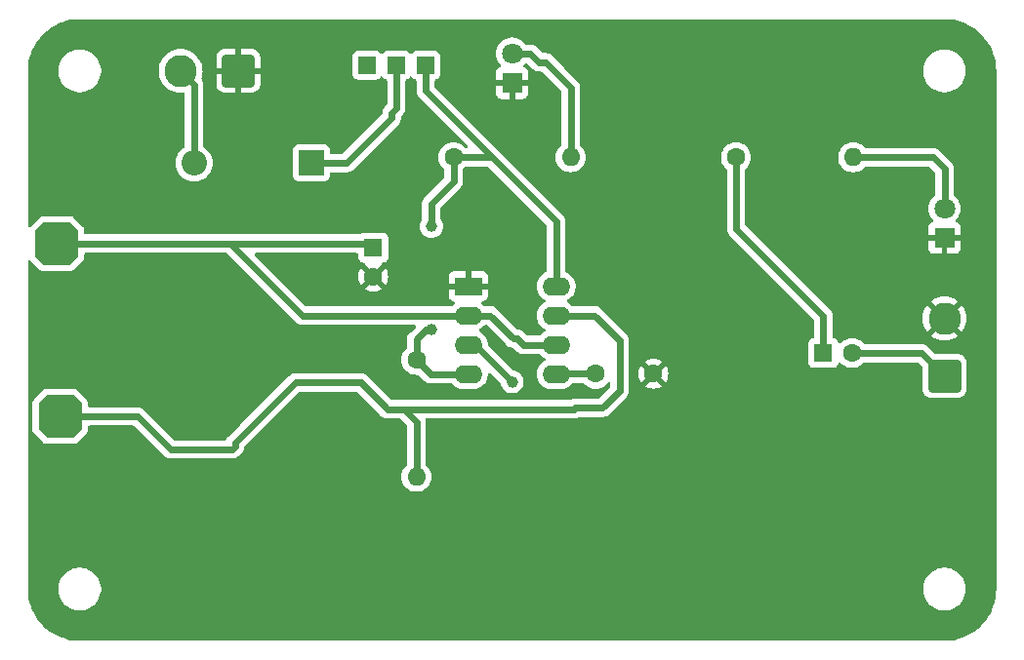
<source format=gbr>
%TF.GenerationSoftware,KiCad,Pcbnew,8.0.8*%
%TF.CreationDate,2025-04-28T20:29:37-04:00*%
%TF.ProjectId,udpudu,75647075-6475-42e6-9b69-6361645f7063,rev?*%
%TF.SameCoordinates,Original*%
%TF.FileFunction,Copper,L2,Bot*%
%TF.FilePolarity,Positive*%
%FSLAX46Y46*%
G04 Gerber Fmt 4.6, Leading zero omitted, Abs format (unit mm)*
G04 Created by KiCad (PCBNEW 8.0.8) date 2025-04-28 20:29:37*
%MOMM*%
%LPD*%
G01*
G04 APERTURE LIST*
G04 Aperture macros list*
%AMRoundRect*
0 Rectangle with rounded corners*
0 $1 Rounding radius*
0 $2 $3 $4 $5 $6 $7 $8 $9 X,Y pos of 4 corners*
0 Add a 4 corners polygon primitive as box body*
4,1,4,$2,$3,$4,$5,$6,$7,$8,$9,$2,$3,0*
0 Add four circle primitives for the rounded corners*
1,1,$1+$1,$2,$3*
1,1,$1+$1,$4,$5*
1,1,$1+$1,$6,$7*
1,1,$1+$1,$8,$9*
0 Add four rect primitives between the rounded corners*
20,1,$1+$1,$2,$3,$4,$5,0*
20,1,$1+$1,$4,$5,$6,$7,0*
20,1,$1+$1,$6,$7,$8,$9,0*
20,1,$1+$1,$8,$9,$2,$3,0*%
%AMOutline5P*
0 Free polygon, 5 corners , with rotation*
0 The origin of the aperture is its center*
0 number of corners: always 5*
0 $1 to $10 corner X, Y*
0 $11 Rotation angle, in degrees counterclockwise*
0 create outline with 5 corners*
4,1,5,$1,$2,$3,$4,$5,$6,$7,$8,$9,$10,$1,$2,$11*%
%AMOutline6P*
0 Free polygon, 6 corners , with rotation*
0 The origin of the aperture is its center*
0 number of corners: always 6*
0 $1 to $12 corner X, Y*
0 $13 Rotation angle, in degrees counterclockwise*
0 create outline with 6 corners*
4,1,6,$1,$2,$3,$4,$5,$6,$7,$8,$9,$10,$11,$12,$1,$2,$13*%
%AMOutline7P*
0 Free polygon, 7 corners , with rotation*
0 The origin of the aperture is its center*
0 number of corners: always 7*
0 $1 to $14 corner X, Y*
0 $15 Rotation angle, in degrees counterclockwise*
0 create outline with 7 corners*
4,1,7,$1,$2,$3,$4,$5,$6,$7,$8,$9,$10,$11,$12,$13,$14,$1,$2,$15*%
%AMOutline8P*
0 Free polygon, 8 corners , with rotation*
0 The origin of the aperture is its center*
0 number of corners: always 8*
0 $1 to $16 corner X, Y*
0 $17 Rotation angle, in degrees counterclockwise*
0 create outline with 8 corners*
4,1,8,$1,$2,$3,$4,$5,$6,$7,$8,$9,$10,$11,$12,$13,$14,$15,$16,$1,$2,$17*%
G04 Aperture macros list end*
%TA.AperFunction,ComponentPad*%
%ADD10R,1.800000X1.800000*%
%TD*%
%TA.AperFunction,ComponentPad*%
%ADD11C,1.800000*%
%TD*%
%TA.AperFunction,ComponentPad*%
%ADD12Outline8P,-1.900000X1.140000X-1.140000X1.900000X1.140000X1.900000X1.900000X1.140000X1.900000X-1.140000X1.140000X-1.900000X-1.140000X-1.900000X-1.900000X-1.140000X0.000000*%
%TD*%
%TA.AperFunction,ComponentPad*%
%ADD13RoundRect,0.250001X1.149999X-1.149999X1.149999X1.149999X-1.149999X1.149999X-1.149999X-1.149999X0*%
%TD*%
%TA.AperFunction,ComponentPad*%
%ADD14C,2.800000*%
%TD*%
%TA.AperFunction,ComponentPad*%
%ADD15R,2.200000X2.200000*%
%TD*%
%TA.AperFunction,ComponentPad*%
%ADD16O,2.200000X2.200000*%
%TD*%
%TA.AperFunction,ComponentPad*%
%ADD17R,2.400000X1.600000*%
%TD*%
%TA.AperFunction,ComponentPad*%
%ADD18O,2.400000X1.600000*%
%TD*%
%TA.AperFunction,ComponentPad*%
%ADD19R,1.600000X1.600000*%
%TD*%
%TA.AperFunction,ComponentPad*%
%ADD20C,1.600000*%
%TD*%
%TA.AperFunction,ComponentPad*%
%ADD21R,1.500000X1.500000*%
%TD*%
%TA.AperFunction,ComponentPad*%
%ADD22O,1.600000X1.600000*%
%TD*%
%TA.AperFunction,ComponentPad*%
%ADD23RoundRect,0.250001X1.149999X1.149999X-1.149999X1.149999X-1.149999X-1.149999X1.149999X-1.149999X0*%
%TD*%
%TA.AperFunction,ViaPad*%
%ADD24C,1.000000*%
%TD*%
%TA.AperFunction,Conductor*%
%ADD25C,0.600000*%
%TD*%
G04 APERTURE END LIST*
D10*
%TO.P,D2,1,K*%
%TO.N,GND*%
X130000000Y-69500000D03*
D11*
%TO.P,D2,2,A*%
%TO.N,Net-(D2-A)*%
X130000000Y-66960000D03*
%TD*%
D12*
%TO.P,J3,1,Pin_1*%
%TO.N,Net-(J3-Pin_1)*%
X53310000Y-85000000D03*
%TD*%
%TO.P,J1,1,Pin_1*%
%TO.N,Net-(J1-Pin_1)*%
X53000000Y-70000000D03*
%TD*%
D13*
%TO.P,LS1,1,1*%
%TO.N,Net-(C5-Pad2)*%
X130000000Y-81500000D03*
D14*
%TO.P,LS1,2,2*%
%TO.N,GND*%
X130000000Y-76500000D03*
%TD*%
D10*
%TO.P,D3,1,K*%
%TO.N,GND*%
X92500000Y-56040000D03*
D11*
%TO.P,D3,2,A*%
%TO.N,Net-(D3-A)*%
X92500000Y-53500000D03*
%TD*%
D15*
%TO.P,D1,1,K*%
%TO.N,Net-(D1-K)*%
X75080000Y-63000000D03*
D16*
%TO.P,D1,2,A*%
%TO.N,+9V*%
X64920000Y-63000000D03*
%TD*%
D17*
%TO.P,U1,1,GND*%
%TO.N,GND*%
X88700000Y-73700000D03*
D18*
%TO.P,U1,2,TR*%
%TO.N,Net-(J1-Pin_1)*%
X88700000Y-76240000D03*
%TO.P,U1,3,Q*%
%TO.N,Net-(U1-Q)*%
X88700000Y-78780000D03*
%TO.P,U1,4,R*%
%TO.N,VCC*%
X88700000Y-81320000D03*
%TO.P,U1,5,CV*%
%TO.N,Net-(U1-CV)*%
X96320000Y-81320000D03*
%TO.P,U1,6,THR*%
%TO.N,Net-(J1-Pin_1)*%
X96320000Y-78780000D03*
%TO.P,U1,7,DIS*%
%TO.N,Net-(J3-Pin_1)*%
X96320000Y-76240000D03*
%TO.P,U1,8,VCC*%
%TO.N,VCC*%
X96320000Y-73700000D03*
%TD*%
D19*
%TO.P,C4,1*%
%TO.N,Net-(J1-Pin_1)*%
X80450000Y-70350000D03*
D20*
%TO.P,C4,2*%
%TO.N,GND*%
X80450000Y-72850000D03*
%TD*%
D21*
%TO.P,SW1,1,A*%
%TO.N,unconnected-(SW1-A-Pad1)*%
X79920000Y-54500000D03*
%TO.P,SW1,2,B*%
%TO.N,Net-(D1-K)*%
X82460000Y-54500000D03*
%TO.P,SW1,3,C*%
%TO.N,VCC*%
X85000000Y-54500000D03*
%TD*%
D20*
%TO.P,R2,1*%
%TO.N,VCC*%
X84200000Y-80095000D03*
D22*
%TO.P,R2,2*%
%TO.N,Net-(J3-Pin_1)*%
X84200000Y-90255000D03*
%TD*%
D23*
%TO.P,J2,1,Pin_1*%
%TO.N,GND*%
X68750000Y-55000000D03*
D14*
%TO.P,J2,2,Pin_2*%
%TO.N,+9V*%
X63750000Y-55000000D03*
%TD*%
D20*
%TO.P,R4,1*%
%TO.N,VCC*%
X87420000Y-62500000D03*
D22*
%TO.P,R4,2*%
%TO.N,Net-(D3-A)*%
X97580000Y-62500000D03*
%TD*%
D20*
%TO.P,C3,1*%
%TO.N,Net-(U1-CV)*%
X99750000Y-81300000D03*
%TO.P,C3,2*%
%TO.N,GND*%
X104750000Y-81300000D03*
%TD*%
D19*
%TO.P,C5,1*%
%TO.N,Net-(U1-Q)*%
X119500000Y-79500000D03*
D20*
%TO.P,C5,2*%
%TO.N,Net-(C5-Pad2)*%
X122000000Y-79500000D03*
%TD*%
%TO.P,R3,1*%
%TO.N,Net-(U1-Q)*%
X111920000Y-62500000D03*
D22*
%TO.P,R3,2*%
%TO.N,Net-(D2-A)*%
X122080000Y-62500000D03*
%TD*%
D24*
%TO.N,Net-(U1-Q)*%
X92500000Y-82000000D03*
%TO.N,VCC*%
X85500000Y-77500000D03*
X85500000Y-68500000D03*
%TD*%
D25*
%TO.N,Net-(D2-A)*%
X129000000Y-62500000D02*
X130000000Y-63500000D01*
X130000000Y-63500000D02*
X130000000Y-66960000D01*
%TO.N,Net-(J1-Pin_1)*%
X68075000Y-70000000D02*
X80100000Y-70000000D01*
X80100000Y-70000000D02*
X80450000Y-70350000D01*
%TO.N,Net-(U1-Q)*%
X111920000Y-62500000D02*
X111920000Y-68720000D01*
X111920000Y-68720000D02*
X119500000Y-76300000D01*
X119500000Y-76300000D02*
X119500000Y-79500000D01*
%TO.N,Net-(U1-CV)*%
X96340000Y-81300000D02*
X96320000Y-81320000D01*
X99750000Y-81300000D02*
X96340000Y-81300000D01*
%TO.N,Net-(J1-Pin_1)*%
X92950000Y-78250000D02*
X93480000Y-78780000D01*
X90590000Y-76240000D02*
X92600000Y-78250000D01*
X93480000Y-78780000D02*
X96320000Y-78780000D01*
X68425000Y-70350000D02*
X68075000Y-70000000D01*
X88700000Y-76240000D02*
X90590000Y-76240000D01*
X53000000Y-70000000D02*
X68075000Y-70000000D01*
X92600000Y-78250000D02*
X92950000Y-78250000D01*
X74315000Y-76240000D02*
X88700000Y-76240000D01*
X68075000Y-70000000D02*
X74315000Y-76240000D01*
%TO.N,Net-(U1-Q)*%
X88700000Y-78780000D02*
X89280000Y-78780000D01*
X89280000Y-78780000D02*
X92500000Y-82000000D01*
%TO.N,Net-(C5-Pad2)*%
X122000000Y-79500000D02*
X128000000Y-79500000D01*
X128000000Y-79500000D02*
X130000000Y-81500000D01*
%TO.N,Net-(D2-A)*%
X122080000Y-62500000D02*
X129000000Y-62500000D01*
%TO.N,Net-(D3-A)*%
X94100000Y-53500000D02*
X92500000Y-53500000D01*
X94850000Y-54250000D02*
X94100000Y-53500000D01*
X95375000Y-54250000D02*
X94850000Y-54250000D01*
X97580000Y-62500000D02*
X97580000Y-56455000D01*
X97580000Y-56455000D02*
X95375000Y-54250000D01*
%TO.N,VCC*%
X88700000Y-81320000D02*
X85425000Y-81320000D01*
X85000000Y-77500000D02*
X85500000Y-77500000D01*
X90650000Y-62400000D02*
X85000000Y-56750000D01*
X84200000Y-78300000D02*
X85000000Y-77500000D01*
X90550000Y-62500000D02*
X90650000Y-62400000D01*
X96320000Y-68070000D02*
X90650000Y-62400000D01*
X85500000Y-68500000D02*
X85500000Y-66500000D01*
X85500000Y-66500000D02*
X87420000Y-64580000D01*
X87420000Y-62500000D02*
X90550000Y-62500000D01*
X87420000Y-64580000D02*
X87420000Y-62500000D01*
X96320000Y-71000000D02*
X96320000Y-68070000D01*
X96320000Y-73700000D02*
X96320000Y-71000000D01*
X85000000Y-56750000D02*
X85000000Y-54500000D01*
X84200000Y-80095000D02*
X84200000Y-78300000D01*
X85425000Y-81320000D02*
X84200000Y-80095000D01*
%TO.N,Net-(J3-Pin_1)*%
X84200000Y-85475000D02*
X83100000Y-84375000D01*
X100350000Y-84250000D02*
X101825000Y-82775000D01*
X79375000Y-82075000D02*
X81675000Y-84375000D01*
X70912500Y-84862500D02*
X73700000Y-82075000D01*
X101825000Y-82775000D02*
X101825000Y-78400000D01*
X53310000Y-85000000D02*
X60000000Y-85000000D01*
X101825000Y-78400000D02*
X99665000Y-76240000D01*
X97850000Y-84375000D02*
X97975000Y-84250000D01*
X62875000Y-87875000D02*
X68225000Y-87875000D01*
X73700000Y-82075000D02*
X79375000Y-82075000D01*
X68450000Y-87325000D02*
X70912500Y-84862500D01*
X68225000Y-87875000D02*
X68450000Y-87650000D01*
X84200000Y-90255000D02*
X84200000Y-85475000D01*
X70775000Y-85000000D02*
X70912500Y-84862500D01*
X83100000Y-84375000D02*
X97850000Y-84375000D01*
X68450000Y-87650000D02*
X68450000Y-87325000D01*
X99665000Y-76240000D02*
X96320000Y-76240000D01*
X81675000Y-84375000D02*
X83100000Y-84375000D01*
X97975000Y-84250000D02*
X100350000Y-84250000D01*
X60000000Y-85000000D02*
X62875000Y-87875000D01*
%TO.N,Net-(D1-K)*%
X82050000Y-58650000D02*
X82460000Y-58240000D01*
X82050000Y-59075000D02*
X82050000Y-58650000D01*
X78125000Y-63000000D02*
X82050000Y-59075000D01*
X82460000Y-58240000D02*
X82460000Y-54500000D01*
X75080000Y-63000000D02*
X78125000Y-63000000D01*
%TO.N,+9V*%
X64920000Y-63000000D02*
X64920000Y-56170000D01*
X64920000Y-56170000D02*
X63750000Y-55000000D01*
%TD*%
%TA.AperFunction,Conductor*%
%TO.N,GND*%
G36*
X130002702Y-50500617D02*
G01*
X130386771Y-50517386D01*
X130397506Y-50518326D01*
X130775971Y-50568152D01*
X130786597Y-50570025D01*
X131159284Y-50652648D01*
X131169710Y-50655442D01*
X131533765Y-50770227D01*
X131543911Y-50773920D01*
X131896578Y-50920000D01*
X131906369Y-50924566D01*
X132244942Y-51100816D01*
X132254310Y-51106224D01*
X132576244Y-51311318D01*
X132585105Y-51317523D01*
X132887930Y-51549889D01*
X132896217Y-51556843D01*
X133177635Y-51814715D01*
X133185284Y-51822364D01*
X133443156Y-52103782D01*
X133450110Y-52112069D01*
X133682476Y-52414894D01*
X133688681Y-52423755D01*
X133893775Y-52745689D01*
X133899183Y-52755057D01*
X134075430Y-53093623D01*
X134080002Y-53103427D01*
X134226075Y-53456078D01*
X134229775Y-53466244D01*
X134344554Y-53830278D01*
X134347354Y-53840727D01*
X134429971Y-54213389D01*
X134431849Y-54224042D01*
X134481671Y-54602473D01*
X134482614Y-54613249D01*
X134499382Y-54997297D01*
X134499500Y-55002706D01*
X134499500Y-99997293D01*
X134499382Y-100002702D01*
X134482614Y-100386750D01*
X134481671Y-100397526D01*
X134431849Y-100775957D01*
X134429971Y-100786610D01*
X134347354Y-101159272D01*
X134344554Y-101169721D01*
X134229775Y-101533755D01*
X134226075Y-101543921D01*
X134080002Y-101896572D01*
X134075430Y-101906376D01*
X133899183Y-102244942D01*
X133893775Y-102254310D01*
X133688681Y-102576244D01*
X133682476Y-102585105D01*
X133450110Y-102887930D01*
X133443156Y-102896217D01*
X133185284Y-103177635D01*
X133177635Y-103185284D01*
X132896217Y-103443156D01*
X132887930Y-103450110D01*
X132585105Y-103682476D01*
X132576244Y-103688681D01*
X132254310Y-103893775D01*
X132244942Y-103899183D01*
X131906376Y-104075430D01*
X131896572Y-104080002D01*
X131543921Y-104226075D01*
X131533755Y-104229775D01*
X131169721Y-104344554D01*
X131159272Y-104347354D01*
X130786610Y-104429971D01*
X130775957Y-104431849D01*
X130397526Y-104481671D01*
X130386750Y-104482614D01*
X130002703Y-104499382D01*
X129997294Y-104499500D01*
X55002706Y-104499500D01*
X54997297Y-104499382D01*
X54613249Y-104482614D01*
X54602473Y-104481671D01*
X54224042Y-104431849D01*
X54213389Y-104429971D01*
X53840727Y-104347354D01*
X53830278Y-104344554D01*
X53466244Y-104229775D01*
X53456078Y-104226075D01*
X53103427Y-104080002D01*
X53093623Y-104075430D01*
X52755057Y-103899183D01*
X52745689Y-103893775D01*
X52423755Y-103688681D01*
X52414894Y-103682476D01*
X52112069Y-103450110D01*
X52103782Y-103443156D01*
X51822364Y-103185284D01*
X51814715Y-103177635D01*
X51556843Y-102896217D01*
X51549889Y-102887930D01*
X51317523Y-102585105D01*
X51311318Y-102576244D01*
X51106224Y-102254310D01*
X51100816Y-102244942D01*
X50924569Y-101906376D01*
X50919997Y-101896572D01*
X50773920Y-101543911D01*
X50770224Y-101533755D01*
X50655442Y-101169710D01*
X50652648Y-101159284D01*
X50570025Y-100786597D01*
X50568152Y-100775971D01*
X50518326Y-100397506D01*
X50517386Y-100386771D01*
X50500618Y-100002702D01*
X50500500Y-99997293D01*
X50500500Y-99878711D01*
X53149500Y-99878711D01*
X53149500Y-100121288D01*
X53181161Y-100361785D01*
X53243947Y-100596104D01*
X53336773Y-100820205D01*
X53336776Y-100820212D01*
X53458064Y-101030289D01*
X53458066Y-101030292D01*
X53458067Y-101030293D01*
X53605733Y-101222736D01*
X53605739Y-101222743D01*
X53777256Y-101394260D01*
X53777262Y-101394265D01*
X53969711Y-101541936D01*
X54179788Y-101663224D01*
X54403900Y-101756054D01*
X54638211Y-101818838D01*
X54818586Y-101842584D01*
X54878711Y-101850500D01*
X54878712Y-101850500D01*
X55121289Y-101850500D01*
X55169388Y-101844167D01*
X55361789Y-101818838D01*
X55596100Y-101756054D01*
X55820212Y-101663224D01*
X56030289Y-101541936D01*
X56222738Y-101394265D01*
X56394265Y-101222738D01*
X56541936Y-101030289D01*
X56663224Y-100820212D01*
X56756054Y-100596100D01*
X56818838Y-100361789D01*
X56850500Y-100121288D01*
X56850500Y-99878712D01*
X56850500Y-99878711D01*
X128149500Y-99878711D01*
X128149500Y-100121288D01*
X128181161Y-100361785D01*
X128243947Y-100596104D01*
X128336773Y-100820205D01*
X128336776Y-100820212D01*
X128458064Y-101030289D01*
X128458066Y-101030292D01*
X128458067Y-101030293D01*
X128605733Y-101222736D01*
X128605739Y-101222743D01*
X128777256Y-101394260D01*
X128777262Y-101394265D01*
X128969711Y-101541936D01*
X129179788Y-101663224D01*
X129403900Y-101756054D01*
X129638211Y-101818838D01*
X129818586Y-101842584D01*
X129878711Y-101850500D01*
X129878712Y-101850500D01*
X130121289Y-101850500D01*
X130169388Y-101844167D01*
X130361789Y-101818838D01*
X130596100Y-101756054D01*
X130820212Y-101663224D01*
X131030289Y-101541936D01*
X131222738Y-101394265D01*
X131394265Y-101222738D01*
X131541936Y-101030289D01*
X131663224Y-100820212D01*
X131756054Y-100596100D01*
X131818838Y-100361789D01*
X131850500Y-100121288D01*
X131850500Y-99878712D01*
X131818838Y-99638211D01*
X131756054Y-99403900D01*
X131663224Y-99179788D01*
X131541936Y-98969711D01*
X131394265Y-98777262D01*
X131394260Y-98777256D01*
X131222743Y-98605739D01*
X131222736Y-98605733D01*
X131030293Y-98458067D01*
X131030292Y-98458066D01*
X131030289Y-98458064D01*
X130820212Y-98336776D01*
X130820205Y-98336773D01*
X130596104Y-98243947D01*
X130361785Y-98181161D01*
X130121289Y-98149500D01*
X130121288Y-98149500D01*
X129878712Y-98149500D01*
X129878711Y-98149500D01*
X129638214Y-98181161D01*
X129403895Y-98243947D01*
X129179794Y-98336773D01*
X129179785Y-98336777D01*
X128969706Y-98458067D01*
X128777263Y-98605733D01*
X128777256Y-98605739D01*
X128605739Y-98777256D01*
X128605733Y-98777263D01*
X128458067Y-98969706D01*
X128336777Y-99179785D01*
X128336773Y-99179794D01*
X128243947Y-99403895D01*
X128181161Y-99638214D01*
X128149500Y-99878711D01*
X56850500Y-99878711D01*
X56818838Y-99638211D01*
X56756054Y-99403900D01*
X56663224Y-99179788D01*
X56541936Y-98969711D01*
X56394265Y-98777262D01*
X56394260Y-98777256D01*
X56222743Y-98605739D01*
X56222736Y-98605733D01*
X56030293Y-98458067D01*
X56030292Y-98458066D01*
X56030289Y-98458064D01*
X55820212Y-98336776D01*
X55820205Y-98336773D01*
X55596104Y-98243947D01*
X55361785Y-98181161D01*
X55121289Y-98149500D01*
X55121288Y-98149500D01*
X54878712Y-98149500D01*
X54878711Y-98149500D01*
X54638214Y-98181161D01*
X54403895Y-98243947D01*
X54179794Y-98336773D01*
X54179785Y-98336777D01*
X53969706Y-98458067D01*
X53777263Y-98605733D01*
X53777256Y-98605739D01*
X53605739Y-98777256D01*
X53605733Y-98777263D01*
X53458067Y-98969706D01*
X53336777Y-99179785D01*
X53336773Y-99179794D01*
X53243947Y-99403895D01*
X53181161Y-99638214D01*
X53149500Y-99878711D01*
X50500500Y-99878711D01*
X50500500Y-71547382D01*
X50520185Y-71480343D01*
X50572989Y-71434588D01*
X50642147Y-71424644D01*
X50705703Y-71453669D01*
X50714343Y-71462232D01*
X50714381Y-71462195D01*
X51535067Y-72282882D01*
X51535077Y-72282891D01*
X51601982Y-72334863D01*
X51601983Y-72334863D01*
X51601984Y-72334864D01*
X51734950Y-72389940D01*
X51819023Y-72400500D01*
X54180975Y-72400499D01*
X54265050Y-72389940D01*
X54398016Y-72334863D01*
X54464935Y-72282879D01*
X55282884Y-71464931D01*
X55334864Y-71398016D01*
X55389940Y-71265050D01*
X55400500Y-71180977D01*
X55400500Y-70924500D01*
X55420185Y-70857461D01*
X55472989Y-70811706D01*
X55524500Y-70800500D01*
X67692060Y-70800500D01*
X67759099Y-70820185D01*
X67779741Y-70836819D01*
X73804707Y-76861786D01*
X73804711Y-76861789D01*
X73935814Y-76949390D01*
X73935818Y-76949392D01*
X73935821Y-76949394D01*
X74081503Y-77009738D01*
X74236153Y-77040499D01*
X74236157Y-77040500D01*
X74236158Y-77040500D01*
X74393843Y-77040500D01*
X84028060Y-77040500D01*
X84095099Y-77060185D01*
X84140854Y-77112989D01*
X84150798Y-77182147D01*
X84121773Y-77245703D01*
X84115741Y-77252181D01*
X83689711Y-77678211D01*
X83633960Y-77733962D01*
X83578209Y-77789712D01*
X83490609Y-77920814D01*
X83490602Y-77920827D01*
X83430264Y-78066498D01*
X83430261Y-78066510D01*
X83399500Y-78221153D01*
X83399500Y-79004951D01*
X83379815Y-79071990D01*
X83363181Y-79092632D01*
X83199954Y-79255858D01*
X83069432Y-79442265D01*
X83069431Y-79442267D01*
X82973261Y-79648502D01*
X82973258Y-79648511D01*
X82914366Y-79868302D01*
X82914364Y-79868313D01*
X82894532Y-80094998D01*
X82894532Y-80095001D01*
X82914364Y-80321686D01*
X82914366Y-80321697D01*
X82973258Y-80541488D01*
X82973261Y-80541497D01*
X83069431Y-80747732D01*
X83069432Y-80747734D01*
X83199954Y-80934141D01*
X83360858Y-81095045D01*
X83360861Y-81095047D01*
X83547266Y-81225568D01*
X83753504Y-81321739D01*
X83973308Y-81380635D01*
X84135230Y-81394801D01*
X84199998Y-81400468D01*
X84199999Y-81400468D01*
X84199999Y-81400467D01*
X84200000Y-81400468D01*
X84301839Y-81391557D01*
X84370336Y-81405323D01*
X84400326Y-81427404D01*
X84914707Y-81941786D01*
X84914711Y-81941789D01*
X85045814Y-82029390D01*
X85045818Y-82029392D01*
X85045821Y-82029394D01*
X85191503Y-82089738D01*
X85344574Y-82120185D01*
X85346153Y-82120499D01*
X85346157Y-82120500D01*
X85346158Y-82120500D01*
X85503843Y-82120500D01*
X87210967Y-82120500D01*
X87278006Y-82140185D01*
X87305252Y-82163962D01*
X87308035Y-82167220D01*
X87452786Y-82311971D01*
X87607749Y-82424556D01*
X87618390Y-82432287D01*
X87711524Y-82479741D01*
X87800776Y-82525218D01*
X87800778Y-82525218D01*
X87800781Y-82525220D01*
X87903305Y-82558532D01*
X87995465Y-82588477D01*
X88096557Y-82604488D01*
X88197648Y-82620500D01*
X88197649Y-82620500D01*
X89202351Y-82620500D01*
X89202352Y-82620500D01*
X89404534Y-82588477D01*
X89599219Y-82525220D01*
X89781610Y-82432287D01*
X89874590Y-82364732D01*
X89947213Y-82311971D01*
X89947215Y-82311968D01*
X89947219Y-82311966D01*
X90091966Y-82167219D01*
X90091968Y-82167215D01*
X90091971Y-82167213D01*
X90148259Y-82089738D01*
X90212287Y-82001610D01*
X90305220Y-81819219D01*
X90368477Y-81624534D01*
X90400500Y-81422352D01*
X90400500Y-81331940D01*
X90420185Y-81264901D01*
X90472989Y-81219146D01*
X90542147Y-81209202D01*
X90605703Y-81238227D01*
X90612181Y-81244259D01*
X91477131Y-82109209D01*
X91510616Y-82170532D01*
X91512853Y-82184733D01*
X91513975Y-82196129D01*
X91513976Y-82196132D01*
X91545498Y-82300047D01*
X91571188Y-82384733D01*
X91664086Y-82558532D01*
X91664090Y-82558539D01*
X91789116Y-82710883D01*
X91941460Y-82835909D01*
X91941467Y-82835913D01*
X92115266Y-82928811D01*
X92115269Y-82928811D01*
X92115273Y-82928814D01*
X92303868Y-82986024D01*
X92500000Y-83005341D01*
X92696132Y-82986024D01*
X92884727Y-82928814D01*
X92916523Y-82911819D01*
X93024986Y-82853844D01*
X93058538Y-82835910D01*
X93210883Y-82710883D01*
X93335910Y-82558538D01*
X93403394Y-82432284D01*
X93428811Y-82384733D01*
X93428811Y-82384732D01*
X93428814Y-82384727D01*
X93486024Y-82196132D01*
X93505341Y-82000000D01*
X93486024Y-81803868D01*
X93428814Y-81615273D01*
X93428811Y-81615269D01*
X93428811Y-81615266D01*
X93335913Y-81441467D01*
X93335909Y-81441460D01*
X93210883Y-81289116D01*
X93058539Y-81164090D01*
X93058532Y-81164086D01*
X92884733Y-81071188D01*
X92884727Y-81071186D01*
X92696132Y-81013976D01*
X92696129Y-81013975D01*
X92696130Y-81013975D01*
X92684733Y-81012853D01*
X92619947Y-80986691D01*
X92609209Y-80977131D01*
X90436819Y-78804741D01*
X90403334Y-78743418D01*
X90400500Y-78717060D01*
X90400500Y-78677648D01*
X90368477Y-78475465D01*
X90323133Y-78335913D01*
X90305220Y-78280781D01*
X90305218Y-78280778D01*
X90305218Y-78280776D01*
X90263805Y-78199500D01*
X90212287Y-78098390D01*
X90155935Y-78020827D01*
X90091971Y-77932786D01*
X89947213Y-77788028D01*
X89781614Y-77667715D01*
X89756901Y-77655123D01*
X89688917Y-77620483D01*
X89638123Y-77572511D01*
X89621328Y-77504690D01*
X89643865Y-77438555D01*
X89688917Y-77399516D01*
X89781610Y-77352287D01*
X89848254Y-77303868D01*
X89947213Y-77231971D01*
X89947215Y-77231968D01*
X89947219Y-77231966D01*
X90091966Y-77087219D01*
X90091972Y-77087210D01*
X90094748Y-77083962D01*
X90153258Y-77045773D01*
X90189033Y-77040500D01*
X90207060Y-77040500D01*
X90274099Y-77060185D01*
X90294741Y-77076819D01*
X91978211Y-78760289D01*
X92065188Y-78847266D01*
X92089712Y-78871790D01*
X92220817Y-78959392D01*
X92220819Y-78959392D01*
X92220821Y-78959394D01*
X92341533Y-79009394D01*
X92341534Y-79009395D01*
X92366498Y-79019735D01*
X92366503Y-79019737D01*
X92366507Y-79019737D01*
X92366508Y-79019738D01*
X92521154Y-79050500D01*
X92521157Y-79050500D01*
X92521158Y-79050500D01*
X92567060Y-79050500D01*
X92634099Y-79070185D01*
X92654741Y-79086819D01*
X92858211Y-79290289D01*
X92969711Y-79401789D01*
X92969712Y-79401790D01*
X93100814Y-79489390D01*
X93100827Y-79489397D01*
X93246498Y-79549735D01*
X93246503Y-79549737D01*
X93246507Y-79549737D01*
X93246508Y-79549738D01*
X93401154Y-79580500D01*
X93401157Y-79580500D01*
X93401158Y-79580500D01*
X94830967Y-79580500D01*
X94898006Y-79600185D01*
X94925252Y-79623962D01*
X94928035Y-79627220D01*
X95072786Y-79771971D01*
X95223334Y-79881348D01*
X95238390Y-79892287D01*
X95329840Y-79938883D01*
X95331080Y-79939515D01*
X95381876Y-79987490D01*
X95398671Y-80055311D01*
X95376134Y-80121446D01*
X95331080Y-80160485D01*
X95238386Y-80207715D01*
X95072786Y-80328028D01*
X94928028Y-80472786D01*
X94807715Y-80638386D01*
X94714781Y-80820776D01*
X94651522Y-81015465D01*
X94627983Y-81164090D01*
X94619500Y-81217648D01*
X94619500Y-81422352D01*
X94622527Y-81441462D01*
X94651522Y-81624534D01*
X94714781Y-81819223D01*
X94807715Y-82001613D01*
X94928028Y-82167213D01*
X95072786Y-82311971D01*
X95227749Y-82424556D01*
X95238390Y-82432287D01*
X95331524Y-82479741D01*
X95420776Y-82525218D01*
X95420778Y-82525218D01*
X95420781Y-82525220D01*
X95523305Y-82558532D01*
X95615465Y-82588477D01*
X95716557Y-82604488D01*
X95817648Y-82620500D01*
X95817649Y-82620500D01*
X96822351Y-82620500D01*
X96822352Y-82620500D01*
X97024534Y-82588477D01*
X97219219Y-82525220D01*
X97401610Y-82432287D01*
X97494590Y-82364732D01*
X97567213Y-82311971D01*
X97567215Y-82311968D01*
X97567219Y-82311966D01*
X97711966Y-82167219D01*
X97714332Y-82163962D01*
X97723304Y-82151615D01*
X97778634Y-82108949D01*
X97823622Y-82100500D01*
X98659951Y-82100500D01*
X98726990Y-82120185D01*
X98747632Y-82136819D01*
X98910858Y-82300045D01*
X98910861Y-82300047D01*
X99097266Y-82430568D01*
X99303504Y-82526739D01*
X99523308Y-82585635D01*
X99681786Y-82599500D01*
X99749998Y-82605468D01*
X99750000Y-82605468D01*
X99750002Y-82605468D01*
X99818214Y-82599500D01*
X99976692Y-82585635D01*
X100196496Y-82526739D01*
X100402734Y-82430568D01*
X100589139Y-82300047D01*
X100750047Y-82139139D01*
X100798925Y-82069333D01*
X100853501Y-82025708D01*
X100922999Y-82018514D01*
X100985354Y-82050036D01*
X101020769Y-82110266D01*
X101024500Y-82140456D01*
X101024500Y-82392060D01*
X101004815Y-82459099D01*
X100988181Y-82479741D01*
X100054741Y-83413181D01*
X99993418Y-83446666D01*
X99967060Y-83449500D01*
X97896153Y-83449500D01*
X97741510Y-83480260D01*
X97741502Y-83480262D01*
X97595824Y-83540604D01*
X97595813Y-83540610D01*
X97576372Y-83553601D01*
X97509695Y-83574480D01*
X97507480Y-83574500D01*
X82057940Y-83574500D01*
X81990901Y-83554815D01*
X81970259Y-83538181D01*
X79885292Y-81453213D01*
X79885288Y-81453210D01*
X79754185Y-81365609D01*
X79754172Y-81365602D01*
X79608501Y-81305264D01*
X79608489Y-81305261D01*
X79453845Y-81274500D01*
X79453842Y-81274500D01*
X73778842Y-81274500D01*
X73621157Y-81274500D01*
X73621155Y-81274500D01*
X73492977Y-81299997D01*
X73492962Y-81300000D01*
X73473071Y-81303956D01*
X73466502Y-81305263D01*
X73466501Y-81305263D01*
X73320827Y-81365602D01*
X73320814Y-81365609D01*
X73189712Y-81453209D01*
X73133962Y-81508960D01*
X73078211Y-81564711D01*
X73078209Y-81564713D01*
X70384770Y-84258151D01*
X70384769Y-84258152D01*
X68872663Y-85770259D01*
X67939711Y-86703211D01*
X67883960Y-86758962D01*
X67828209Y-86814712D01*
X67740607Y-86945817D01*
X67740606Y-86945820D01*
X67719013Y-86997952D01*
X67675173Y-87052356D01*
X67608879Y-87074421D01*
X67604452Y-87074500D01*
X63257940Y-87074500D01*
X63190901Y-87054815D01*
X63170259Y-87038181D01*
X60510292Y-84378213D01*
X60510288Y-84378210D01*
X60379185Y-84290609D01*
X60379172Y-84290602D01*
X60233501Y-84230264D01*
X60233489Y-84230261D01*
X60078845Y-84199500D01*
X60078842Y-84199500D01*
X55834499Y-84199500D01*
X55767460Y-84179815D01*
X55721705Y-84127011D01*
X55710499Y-84075500D01*
X55710499Y-83819029D01*
X55710499Y-83819025D01*
X55699940Y-83734950D01*
X55644863Y-83601984D01*
X55592879Y-83535065D01*
X54774931Y-82717116D01*
X54774930Y-82717115D01*
X54774922Y-82717108D01*
X54708017Y-82665136D01*
X54641533Y-82637598D01*
X54575050Y-82610060D01*
X54490977Y-82599500D01*
X52129029Y-82599500D01*
X52044950Y-82610060D01*
X51911984Y-82665136D01*
X51845065Y-82717121D01*
X51845058Y-82717127D01*
X51027117Y-83535067D01*
X51027108Y-83535077D01*
X50975136Y-83601982D01*
X50920060Y-83734950D01*
X50909500Y-83819019D01*
X50909500Y-86180970D01*
X50920060Y-86265049D01*
X50975136Y-86398015D01*
X50975137Y-86398016D01*
X51027121Y-86464935D01*
X51027127Y-86464941D01*
X51845067Y-87282882D01*
X51845077Y-87282891D01*
X51911982Y-87334863D01*
X51911983Y-87334863D01*
X51911984Y-87334864D01*
X52044950Y-87389940D01*
X52129023Y-87400500D01*
X54490975Y-87400499D01*
X54575050Y-87389940D01*
X54708016Y-87334863D01*
X54774935Y-87282879D01*
X55592884Y-86464931D01*
X55644864Y-86398016D01*
X55699940Y-86265050D01*
X55710500Y-86180977D01*
X55710500Y-85924500D01*
X55730185Y-85857461D01*
X55782989Y-85811706D01*
X55834500Y-85800500D01*
X59617060Y-85800500D01*
X59684099Y-85820185D01*
X59704741Y-85836819D01*
X62364707Y-88496786D01*
X62364711Y-88496789D01*
X62495814Y-88584390D01*
X62495827Y-88584397D01*
X62641498Y-88644735D01*
X62641503Y-88644737D01*
X62796153Y-88675499D01*
X62796156Y-88675500D01*
X62796158Y-88675500D01*
X68303844Y-88675500D01*
X68303845Y-88675499D01*
X68458497Y-88644737D01*
X68604179Y-88584394D01*
X68735289Y-88496789D01*
X69071789Y-88160289D01*
X69159394Y-88029179D01*
X69219737Y-87883497D01*
X69250500Y-87728842D01*
X69250500Y-87707940D01*
X69270185Y-87640901D01*
X69286819Y-87620259D01*
X70203867Y-86703211D01*
X71534289Y-85372789D01*
X71534289Y-85372788D01*
X73995258Y-82911819D01*
X74056581Y-82878334D01*
X74082939Y-82875500D01*
X78992060Y-82875500D01*
X79059099Y-82895185D01*
X79079741Y-82911819D01*
X81053211Y-84885289D01*
X81127312Y-84959390D01*
X81164712Y-84996790D01*
X81295814Y-85084390D01*
X81295827Y-85084397D01*
X81441498Y-85144735D01*
X81441503Y-85144737D01*
X81441507Y-85144737D01*
X81441508Y-85144738D01*
X81596154Y-85175500D01*
X81596157Y-85175500D01*
X81596158Y-85175500D01*
X82717060Y-85175500D01*
X82784099Y-85195185D01*
X82804741Y-85211819D01*
X83363181Y-85770259D01*
X83396666Y-85831582D01*
X83399500Y-85857940D01*
X83399500Y-89164951D01*
X83379815Y-89231990D01*
X83363181Y-89252632D01*
X83199954Y-89415858D01*
X83069432Y-89602265D01*
X83069431Y-89602267D01*
X82973261Y-89808502D01*
X82973258Y-89808511D01*
X82914366Y-90028302D01*
X82914364Y-90028313D01*
X82894532Y-90254998D01*
X82894532Y-90255001D01*
X82914364Y-90481686D01*
X82914366Y-90481697D01*
X82973258Y-90701488D01*
X82973261Y-90701497D01*
X83069431Y-90907732D01*
X83069432Y-90907734D01*
X83199954Y-91094141D01*
X83360858Y-91255045D01*
X83360861Y-91255047D01*
X83547266Y-91385568D01*
X83753504Y-91481739D01*
X83973308Y-91540635D01*
X84135230Y-91554801D01*
X84199998Y-91560468D01*
X84200000Y-91560468D01*
X84200002Y-91560468D01*
X84256673Y-91555509D01*
X84426692Y-91540635D01*
X84646496Y-91481739D01*
X84852734Y-91385568D01*
X85039139Y-91255047D01*
X85200047Y-91094139D01*
X85330568Y-90907734D01*
X85426739Y-90701496D01*
X85485635Y-90481692D01*
X85505468Y-90255000D01*
X85485635Y-90028308D01*
X85426739Y-89808504D01*
X85330568Y-89602266D01*
X85200047Y-89415861D01*
X85200045Y-89415858D01*
X85036819Y-89252632D01*
X85003334Y-89191309D01*
X85000500Y-89164951D01*
X85000500Y-85396155D01*
X85000499Y-85396153D01*
X84986086Y-85323691D01*
X84992313Y-85254100D01*
X85035176Y-85198922D01*
X85101066Y-85175678D01*
X85107703Y-85175500D01*
X97928844Y-85175500D01*
X97928845Y-85175499D01*
X98083497Y-85144737D01*
X98229179Y-85084394D01*
X98237928Y-85078547D01*
X98248628Y-85071399D01*
X98315305Y-85050520D01*
X98317520Y-85050500D01*
X100428844Y-85050500D01*
X100428845Y-85050499D01*
X100583497Y-85019737D01*
X100729179Y-84959394D01*
X100860289Y-84871789D01*
X102446789Y-83285289D01*
X102534394Y-83154179D01*
X102594737Y-83008497D01*
X102625500Y-82853842D01*
X102625500Y-82696158D01*
X102625500Y-81299997D01*
X103445034Y-81299997D01*
X103445034Y-81300000D01*
X103464858Y-81526599D01*
X103464860Y-81526610D01*
X103523730Y-81746317D01*
X103523735Y-81746331D01*
X103619863Y-81952478D01*
X103670974Y-82025472D01*
X104350000Y-81346446D01*
X104350000Y-81352661D01*
X104377259Y-81454394D01*
X104429920Y-81545606D01*
X104504394Y-81620080D01*
X104595606Y-81672741D01*
X104697339Y-81700000D01*
X104703553Y-81700000D01*
X104024526Y-82379025D01*
X104097513Y-82430132D01*
X104097521Y-82430136D01*
X104303668Y-82526264D01*
X104303682Y-82526269D01*
X104523389Y-82585139D01*
X104523400Y-82585141D01*
X104749998Y-82604966D01*
X104750002Y-82604966D01*
X104976599Y-82585141D01*
X104976610Y-82585139D01*
X105196317Y-82526269D01*
X105196331Y-82526264D01*
X105402478Y-82430136D01*
X105475471Y-82379024D01*
X104796447Y-81700000D01*
X104802661Y-81700000D01*
X104904394Y-81672741D01*
X104995606Y-81620080D01*
X105070080Y-81545606D01*
X105122741Y-81454394D01*
X105150000Y-81352661D01*
X105150000Y-81346447D01*
X105829024Y-82025471D01*
X105880136Y-81952478D01*
X105976264Y-81746331D01*
X105976269Y-81746317D01*
X106035139Y-81526610D01*
X106035141Y-81526599D01*
X106054966Y-81300000D01*
X106054966Y-81299997D01*
X106035141Y-81073400D01*
X106035139Y-81073389D01*
X105976269Y-80853682D01*
X105976264Y-80853668D01*
X105880136Y-80647521D01*
X105880132Y-80647513D01*
X105829025Y-80574526D01*
X105150000Y-81253551D01*
X105150000Y-81247339D01*
X105122741Y-81145606D01*
X105070080Y-81054394D01*
X104995606Y-80979920D01*
X104904394Y-80927259D01*
X104802661Y-80900000D01*
X104796445Y-80900000D01*
X105475472Y-80220974D01*
X105402478Y-80169863D01*
X105196331Y-80073735D01*
X105196317Y-80073730D01*
X104976610Y-80014860D01*
X104976599Y-80014858D01*
X104750002Y-79995034D01*
X104749998Y-79995034D01*
X104523400Y-80014858D01*
X104523389Y-80014860D01*
X104303682Y-80073730D01*
X104303673Y-80073734D01*
X104097516Y-80169866D01*
X104097512Y-80169868D01*
X104024526Y-80220973D01*
X104024526Y-80220974D01*
X104703553Y-80900000D01*
X104697339Y-80900000D01*
X104595606Y-80927259D01*
X104504394Y-80979920D01*
X104429920Y-81054394D01*
X104377259Y-81145606D01*
X104350000Y-81247339D01*
X104350000Y-81253552D01*
X103670974Y-80574526D01*
X103670973Y-80574526D01*
X103619868Y-80647512D01*
X103619866Y-80647516D01*
X103523734Y-80853673D01*
X103523730Y-80853682D01*
X103464860Y-81073389D01*
X103464858Y-81073400D01*
X103445034Y-81299997D01*
X102625500Y-81299997D01*
X102625500Y-78321158D01*
X102617468Y-78280781D01*
X102617467Y-78280776D01*
X102594739Y-78166510D01*
X102594736Y-78166501D01*
X102576216Y-78121789D01*
X102534397Y-78020827D01*
X102534390Y-78020814D01*
X102446789Y-77889711D01*
X102446786Y-77889707D01*
X102330970Y-77773891D01*
X102330947Y-77773870D01*
X100175292Y-75618213D01*
X100175288Y-75618210D01*
X100044185Y-75530609D01*
X100044172Y-75530602D01*
X99898501Y-75470264D01*
X99898489Y-75470261D01*
X99743845Y-75439500D01*
X99743842Y-75439500D01*
X97809033Y-75439500D01*
X97741994Y-75419815D01*
X97714748Y-75396038D01*
X97711964Y-75392779D01*
X97567213Y-75248028D01*
X97401614Y-75127715D01*
X97339929Y-75096285D01*
X97308917Y-75080483D01*
X97258123Y-75032511D01*
X97241328Y-74964690D01*
X97263865Y-74898555D01*
X97308917Y-74859516D01*
X97401610Y-74812287D01*
X97463548Y-74767287D01*
X97567213Y-74691971D01*
X97567215Y-74691968D01*
X97567219Y-74691966D01*
X97711966Y-74547219D01*
X97711968Y-74547215D01*
X97711971Y-74547213D01*
X97764732Y-74474590D01*
X97832287Y-74381610D01*
X97925220Y-74199219D01*
X97988477Y-74004534D01*
X98020500Y-73802352D01*
X98020500Y-73597648D01*
X98005426Y-73502478D01*
X97988477Y-73395465D01*
X97932355Y-73222741D01*
X97925220Y-73200781D01*
X97925218Y-73200778D01*
X97925218Y-73200776D01*
X97891503Y-73134607D01*
X97832287Y-73018390D01*
X97822118Y-73004394D01*
X97711971Y-72852786D01*
X97567213Y-72708028D01*
X97401613Y-72587715D01*
X97401612Y-72587714D01*
X97401610Y-72587713D01*
X97313487Y-72542812D01*
X97219219Y-72494779D01*
X97206180Y-72490543D01*
X97148505Y-72451105D01*
X97121308Y-72386746D01*
X97120500Y-72372613D01*
X97120500Y-67991155D01*
X97120499Y-67991153D01*
X97110615Y-67941462D01*
X97089737Y-67836503D01*
X97084206Y-67823150D01*
X97029397Y-67690827D01*
X97029390Y-67690814D01*
X96941790Y-67559712D01*
X96941789Y-67559711D01*
X96830289Y-67448211D01*
X91160289Y-61778211D01*
X85836819Y-56454741D01*
X85803334Y-56393418D01*
X85800500Y-56367060D01*
X85800500Y-55851439D01*
X85820185Y-55784400D01*
X85872989Y-55738645D01*
X85881168Y-55735257D01*
X85992326Y-55693798D01*
X85992326Y-55693797D01*
X85992331Y-55693796D01*
X86107546Y-55607546D01*
X86193796Y-55492331D01*
X86244091Y-55357483D01*
X86250500Y-55297873D01*
X86250499Y-53702128D01*
X86244091Y-53642517D01*
X86238755Y-53628211D01*
X86193797Y-53507671D01*
X86193793Y-53507664D01*
X86188050Y-53499993D01*
X91094700Y-53499993D01*
X91094700Y-53500006D01*
X91113864Y-53731297D01*
X91113866Y-53731308D01*
X91170842Y-53956300D01*
X91264075Y-54168848D01*
X91391018Y-54363150D01*
X91486167Y-54466510D01*
X91517089Y-54529164D01*
X91509228Y-54598590D01*
X91465081Y-54652746D01*
X91438271Y-54666674D01*
X91357911Y-54696646D01*
X91357906Y-54696649D01*
X91242812Y-54782809D01*
X91242809Y-54782812D01*
X91156649Y-54897906D01*
X91156645Y-54897913D01*
X91106403Y-55032620D01*
X91106401Y-55032627D01*
X91100000Y-55092155D01*
X91100000Y-55790000D01*
X92124722Y-55790000D01*
X92080667Y-55866306D01*
X92050000Y-55980756D01*
X92050000Y-56099244D01*
X92080667Y-56213694D01*
X92124722Y-56290000D01*
X91100000Y-56290000D01*
X91100000Y-56987844D01*
X91106401Y-57047372D01*
X91106403Y-57047379D01*
X91156645Y-57182086D01*
X91156649Y-57182093D01*
X91242809Y-57297187D01*
X91242812Y-57297190D01*
X91357906Y-57383350D01*
X91357913Y-57383354D01*
X91492620Y-57433596D01*
X91492627Y-57433598D01*
X91552155Y-57439999D01*
X91552172Y-57440000D01*
X92250000Y-57440000D01*
X92250000Y-56415277D01*
X92326306Y-56459333D01*
X92440756Y-56490000D01*
X92559244Y-56490000D01*
X92673694Y-56459333D01*
X92750000Y-56415277D01*
X92750000Y-57440000D01*
X93447828Y-57440000D01*
X93447844Y-57439999D01*
X93507372Y-57433598D01*
X93507379Y-57433596D01*
X93642086Y-57383354D01*
X93642093Y-57383350D01*
X93757187Y-57297190D01*
X93757190Y-57297187D01*
X93843350Y-57182093D01*
X93843354Y-57182086D01*
X93893596Y-57047379D01*
X93893598Y-57047372D01*
X93899999Y-56987844D01*
X93900000Y-56987827D01*
X93900000Y-56290000D01*
X92875278Y-56290000D01*
X92919333Y-56213694D01*
X92950000Y-56099244D01*
X92950000Y-55980756D01*
X92919333Y-55866306D01*
X92875278Y-55790000D01*
X93900000Y-55790000D01*
X93900000Y-55092172D01*
X93899999Y-55092155D01*
X93893598Y-55032627D01*
X93893596Y-55032620D01*
X93843354Y-54897913D01*
X93843350Y-54897906D01*
X93757190Y-54782812D01*
X93757187Y-54782809D01*
X93642093Y-54696649D01*
X93642086Y-54696645D01*
X93561729Y-54666674D01*
X93505795Y-54624803D01*
X93481378Y-54559338D01*
X93496230Y-54491065D01*
X93513831Y-54466511D01*
X93608979Y-54363153D01*
X93613209Y-54356679D01*
X93666355Y-54311322D01*
X93717018Y-54300500D01*
X93717060Y-54300500D01*
X93784099Y-54320185D01*
X93804741Y-54336819D01*
X94228211Y-54760289D01*
X94330220Y-54862298D01*
X94339712Y-54871790D01*
X94470814Y-54959390D01*
X94470827Y-54959397D01*
X94575386Y-55002706D01*
X94616503Y-55019737D01*
X94616507Y-55019737D01*
X94616508Y-55019738D01*
X94771154Y-55050500D01*
X94771157Y-55050500D01*
X94771158Y-55050500D01*
X94992060Y-55050500D01*
X95059099Y-55070185D01*
X95079741Y-55086819D01*
X96743181Y-56750259D01*
X96776666Y-56811582D01*
X96779500Y-56837940D01*
X96779500Y-61409951D01*
X96759815Y-61476990D01*
X96743181Y-61497632D01*
X96579954Y-61660858D01*
X96449432Y-61847265D01*
X96449431Y-61847267D01*
X96353261Y-62053502D01*
X96353258Y-62053511D01*
X96294366Y-62273302D01*
X96294364Y-62273313D01*
X96274532Y-62499998D01*
X96274532Y-62500001D01*
X96294364Y-62726686D01*
X96294366Y-62726697D01*
X96353258Y-62946488D01*
X96353261Y-62946497D01*
X96449431Y-63152732D01*
X96449432Y-63152734D01*
X96579954Y-63339141D01*
X96740858Y-63500045D01*
X96740861Y-63500047D01*
X96927266Y-63630568D01*
X97133504Y-63726739D01*
X97353308Y-63785635D01*
X97515230Y-63799801D01*
X97579998Y-63805468D01*
X97580000Y-63805468D01*
X97580002Y-63805468D01*
X97636796Y-63800499D01*
X97806692Y-63785635D01*
X98026496Y-63726739D01*
X98232734Y-63630568D01*
X98419139Y-63500047D01*
X98580047Y-63339139D01*
X98710568Y-63152734D01*
X98806739Y-62946496D01*
X98865635Y-62726692D01*
X98885468Y-62500000D01*
X98885468Y-62499998D01*
X110614532Y-62499998D01*
X110614532Y-62500001D01*
X110634364Y-62726686D01*
X110634366Y-62726697D01*
X110693258Y-62946488D01*
X110693261Y-62946497D01*
X110789431Y-63152732D01*
X110789432Y-63152734D01*
X110919954Y-63339141D01*
X111083181Y-63502368D01*
X111116666Y-63563691D01*
X111119500Y-63590049D01*
X111119500Y-68798846D01*
X111150261Y-68953489D01*
X111150264Y-68953501D01*
X111210602Y-69099172D01*
X111210609Y-69099185D01*
X111298210Y-69230288D01*
X111298213Y-69230292D01*
X118663181Y-76595259D01*
X118696666Y-76656582D01*
X118699500Y-76682940D01*
X118699500Y-78083023D01*
X118679815Y-78150062D01*
X118627011Y-78195817D01*
X118599865Y-78203266D01*
X118600068Y-78204124D01*
X118592520Y-78205907D01*
X118457671Y-78256202D01*
X118457664Y-78256206D01*
X118342455Y-78342452D01*
X118342452Y-78342455D01*
X118256206Y-78457664D01*
X118256202Y-78457671D01*
X118205908Y-78592517D01*
X118199501Y-78652116D01*
X118199500Y-78652135D01*
X118199500Y-80347870D01*
X118199501Y-80347876D01*
X118205908Y-80407483D01*
X118256202Y-80542328D01*
X118256206Y-80542335D01*
X118342452Y-80657544D01*
X118342455Y-80657547D01*
X118457664Y-80743793D01*
X118457671Y-80743797D01*
X118592517Y-80794091D01*
X118592516Y-80794091D01*
X118599444Y-80794835D01*
X118652127Y-80800500D01*
X120347872Y-80800499D01*
X120407483Y-80794091D01*
X120542331Y-80743796D01*
X120657546Y-80657546D01*
X120743796Y-80542331D01*
X120794091Y-80407483D01*
X120794092Y-80407472D01*
X120795365Y-80402088D01*
X120829933Y-80341369D01*
X120891841Y-80308978D01*
X120961433Y-80315199D01*
X121003725Y-80342912D01*
X121160858Y-80500045D01*
X121160861Y-80500047D01*
X121347266Y-80630568D01*
X121553504Y-80726739D01*
X121773308Y-80785635D01*
X121935230Y-80799801D01*
X121999998Y-80805468D01*
X122000000Y-80805468D01*
X122000002Y-80805468D01*
X122056807Y-80800498D01*
X122226692Y-80785635D01*
X122446496Y-80726739D01*
X122652734Y-80630568D01*
X122839139Y-80500047D01*
X122879643Y-80459543D01*
X123002368Y-80336819D01*
X123063691Y-80303334D01*
X123090049Y-80300500D01*
X127617060Y-80300500D01*
X127684099Y-80320185D01*
X127704741Y-80336819D01*
X128063181Y-80695259D01*
X128096666Y-80756582D01*
X128099500Y-80782940D01*
X128099500Y-82700015D01*
X128110000Y-82802795D01*
X128110001Y-82802796D01*
X128165186Y-82969335D01*
X128165187Y-82969337D01*
X128257286Y-83118651D01*
X128257289Y-83118655D01*
X128381344Y-83242710D01*
X128381348Y-83242713D01*
X128530662Y-83334812D01*
X128530664Y-83334813D01*
X128530666Y-83334814D01*
X128697203Y-83389999D01*
X128799992Y-83400500D01*
X128799997Y-83400500D01*
X131200003Y-83400500D01*
X131200008Y-83400500D01*
X131302797Y-83389999D01*
X131469334Y-83334814D01*
X131618655Y-83242711D01*
X131742711Y-83118655D01*
X131834814Y-82969334D01*
X131889999Y-82802797D01*
X131900500Y-82700008D01*
X131900500Y-80299992D01*
X131889999Y-80197203D01*
X131834814Y-80030666D01*
X131825063Y-80014858D01*
X131742713Y-79881348D01*
X131742710Y-79881344D01*
X131618655Y-79757289D01*
X131618651Y-79757286D01*
X131469337Y-79665187D01*
X131469335Y-79665186D01*
X131344928Y-79623962D01*
X131302797Y-79610001D01*
X131302795Y-79610000D01*
X131200015Y-79599500D01*
X131200008Y-79599500D01*
X129282940Y-79599500D01*
X129215901Y-79579815D01*
X129195259Y-79563181D01*
X128510292Y-78878213D01*
X128510288Y-78878210D01*
X128379185Y-78790609D01*
X128379172Y-78790602D01*
X128233501Y-78730264D01*
X128233489Y-78730261D01*
X128078845Y-78699500D01*
X128078842Y-78699500D01*
X123090049Y-78699500D01*
X123023010Y-78679815D01*
X123002368Y-78663181D01*
X122839141Y-78499954D01*
X122652734Y-78369432D01*
X122652732Y-78369431D01*
X122446497Y-78273261D01*
X122446488Y-78273258D01*
X122226697Y-78214366D01*
X122226693Y-78214365D01*
X122226692Y-78214365D01*
X122226691Y-78214364D01*
X122226686Y-78214364D01*
X122000002Y-78194532D01*
X121999998Y-78194532D01*
X121773313Y-78214364D01*
X121773302Y-78214366D01*
X121553511Y-78273258D01*
X121553502Y-78273261D01*
X121347267Y-78369431D01*
X121347265Y-78369432D01*
X121160862Y-78499951D01*
X121003726Y-78657087D01*
X120942403Y-78690571D01*
X120872711Y-78685587D01*
X120816778Y-78643715D01*
X120795369Y-78597923D01*
X120794091Y-78592518D01*
X120743797Y-78457671D01*
X120743793Y-78457664D01*
X120657547Y-78342455D01*
X120657544Y-78342452D01*
X120542335Y-78256206D01*
X120542328Y-78256202D01*
X120407482Y-78205908D01*
X120399938Y-78204126D01*
X120400474Y-78201853D01*
X120346688Y-78179571D01*
X120306843Y-78122177D01*
X120300500Y-78083024D01*
X120300500Y-76499998D01*
X128095147Y-76499998D01*
X128095147Y-76500001D01*
X128114536Y-76771090D01*
X128114537Y-76771097D01*
X128172305Y-77036654D01*
X128267285Y-77291306D01*
X128267287Y-77291310D01*
X128397532Y-77529835D01*
X128397537Y-77529843D01*
X128491321Y-77655123D01*
X128491322Y-77655124D01*
X129398958Y-76747487D01*
X129423978Y-76807890D01*
X129495112Y-76914351D01*
X129585649Y-77004888D01*
X129692110Y-77076022D01*
X129752511Y-77101041D01*
X128844874Y-78008676D01*
X128970163Y-78102466D01*
X128970164Y-78102467D01*
X129208689Y-78232712D01*
X129208693Y-78232714D01*
X129463345Y-78327694D01*
X129728902Y-78385462D01*
X129728909Y-78385463D01*
X129999999Y-78404853D01*
X130000001Y-78404853D01*
X130271090Y-78385463D01*
X130271097Y-78385462D01*
X130536654Y-78327694D01*
X130791306Y-78232714D01*
X130791310Y-78232712D01*
X131029844Y-78102462D01*
X131155123Y-78008677D01*
X131155124Y-78008676D01*
X130247488Y-77101041D01*
X130307890Y-77076022D01*
X130414351Y-77004888D01*
X130504888Y-76914351D01*
X130576022Y-76807890D01*
X130601041Y-76747489D01*
X131508676Y-77655124D01*
X131508677Y-77655123D01*
X131602462Y-77529844D01*
X131732712Y-77291310D01*
X131732714Y-77291306D01*
X131827694Y-77036654D01*
X131885462Y-76771097D01*
X131885463Y-76771090D01*
X131904853Y-76500001D01*
X131904853Y-76499998D01*
X131885463Y-76228909D01*
X131885462Y-76228902D01*
X131827694Y-75963345D01*
X131732714Y-75708693D01*
X131732712Y-75708689D01*
X131602467Y-75470164D01*
X131602466Y-75470163D01*
X131508676Y-75344874D01*
X130601040Y-76252509D01*
X130576022Y-76192110D01*
X130504888Y-76085649D01*
X130414351Y-75995112D01*
X130307890Y-75923978D01*
X130247487Y-75898957D01*
X131155124Y-74991322D01*
X131155123Y-74991321D01*
X131029843Y-74897537D01*
X131029835Y-74897532D01*
X130791310Y-74767287D01*
X130791306Y-74767285D01*
X130536654Y-74672305D01*
X130271097Y-74614537D01*
X130271090Y-74614536D01*
X130000001Y-74595147D01*
X129999999Y-74595147D01*
X129728909Y-74614536D01*
X129728902Y-74614537D01*
X129463345Y-74672305D01*
X129208693Y-74767285D01*
X129208689Y-74767287D01*
X128970164Y-74897532D01*
X128970156Y-74897537D01*
X128844875Y-74991321D01*
X128844874Y-74991322D01*
X129752511Y-75898958D01*
X129692110Y-75923978D01*
X129585649Y-75995112D01*
X129495112Y-76085649D01*
X129423978Y-76192110D01*
X129398958Y-76252511D01*
X128491322Y-75344874D01*
X128491321Y-75344875D01*
X128397537Y-75470156D01*
X128397532Y-75470164D01*
X128267287Y-75708689D01*
X128267285Y-75708693D01*
X128172305Y-75963345D01*
X128114537Y-76228902D01*
X128114536Y-76228909D01*
X128095147Y-76499998D01*
X120300500Y-76499998D01*
X120300500Y-76221155D01*
X120300499Y-76221153D01*
X120269738Y-76066510D01*
X120269737Y-76066503D01*
X120227008Y-75963345D01*
X120209397Y-75920827D01*
X120209390Y-75920814D01*
X120121790Y-75789712D01*
X120072854Y-75740776D01*
X120010289Y-75678211D01*
X112756819Y-68424741D01*
X112723334Y-68363418D01*
X112720500Y-68337060D01*
X112720500Y-63590049D01*
X112740185Y-63523010D01*
X112756819Y-63502368D01*
X112920045Y-63339141D01*
X112920047Y-63339139D01*
X113050568Y-63152734D01*
X113146739Y-62946496D01*
X113205635Y-62726692D01*
X113225468Y-62500000D01*
X113225468Y-62499998D01*
X120774532Y-62499998D01*
X120774532Y-62500001D01*
X120794364Y-62726686D01*
X120794366Y-62726697D01*
X120853258Y-62946488D01*
X120853261Y-62946497D01*
X120949431Y-63152732D01*
X120949432Y-63152734D01*
X121079954Y-63339141D01*
X121240858Y-63500045D01*
X121240861Y-63500047D01*
X121427266Y-63630568D01*
X121633504Y-63726739D01*
X121853308Y-63785635D01*
X122015230Y-63799801D01*
X122079998Y-63805468D01*
X122080000Y-63805468D01*
X122080002Y-63805468D01*
X122136796Y-63800499D01*
X122306692Y-63785635D01*
X122526496Y-63726739D01*
X122732734Y-63630568D01*
X122919139Y-63500047D01*
X122998030Y-63421156D01*
X123082368Y-63336819D01*
X123143691Y-63303334D01*
X123170049Y-63300500D01*
X128617060Y-63300500D01*
X128684099Y-63320185D01*
X128704741Y-63336819D01*
X129163181Y-63795259D01*
X129196666Y-63856582D01*
X129199500Y-63882940D01*
X129199500Y-65747718D01*
X129179815Y-65814757D01*
X129151662Y-65845571D01*
X129048222Y-65926081D01*
X129048219Y-65926084D01*
X128891016Y-66096852D01*
X128764075Y-66291151D01*
X128670842Y-66503699D01*
X128613866Y-66728691D01*
X128613864Y-66728702D01*
X128594700Y-66959993D01*
X128594700Y-66960006D01*
X128613864Y-67191297D01*
X128613866Y-67191308D01*
X128670842Y-67416300D01*
X128764075Y-67628848D01*
X128891018Y-67823150D01*
X128986167Y-67926510D01*
X129017089Y-67989164D01*
X129009228Y-68058590D01*
X128965081Y-68112746D01*
X128938271Y-68126674D01*
X128857911Y-68156646D01*
X128857906Y-68156649D01*
X128742812Y-68242809D01*
X128742809Y-68242812D01*
X128656649Y-68357906D01*
X128656645Y-68357913D01*
X128606403Y-68492620D01*
X128606401Y-68492627D01*
X128600000Y-68552155D01*
X128600000Y-69250000D01*
X129624722Y-69250000D01*
X129580667Y-69326306D01*
X129550000Y-69440756D01*
X129550000Y-69559244D01*
X129580667Y-69673694D01*
X129624722Y-69750000D01*
X128600000Y-69750000D01*
X128600000Y-70447844D01*
X128606401Y-70507372D01*
X128606403Y-70507379D01*
X128656645Y-70642086D01*
X128656649Y-70642093D01*
X128742809Y-70757187D01*
X128742812Y-70757190D01*
X128857906Y-70843350D01*
X128857913Y-70843354D01*
X128992620Y-70893596D01*
X128992627Y-70893598D01*
X129052155Y-70899999D01*
X129052172Y-70900000D01*
X129750000Y-70900000D01*
X129750000Y-69875277D01*
X129826306Y-69919333D01*
X129940756Y-69950000D01*
X130059244Y-69950000D01*
X130173694Y-69919333D01*
X130250000Y-69875277D01*
X130250000Y-70900000D01*
X130947828Y-70900000D01*
X130947844Y-70899999D01*
X131007372Y-70893598D01*
X131007379Y-70893596D01*
X131142086Y-70843354D01*
X131142093Y-70843350D01*
X131257187Y-70757190D01*
X131257190Y-70757187D01*
X131343350Y-70642093D01*
X131343354Y-70642086D01*
X131393596Y-70507379D01*
X131393598Y-70507372D01*
X131399999Y-70447844D01*
X131400000Y-70447827D01*
X131400000Y-69750000D01*
X130375278Y-69750000D01*
X130419333Y-69673694D01*
X130450000Y-69559244D01*
X130450000Y-69440756D01*
X130419333Y-69326306D01*
X130375278Y-69250000D01*
X131400000Y-69250000D01*
X131400000Y-68552172D01*
X131399999Y-68552155D01*
X131393598Y-68492627D01*
X131393596Y-68492620D01*
X131343354Y-68357913D01*
X131343350Y-68357906D01*
X131257190Y-68242812D01*
X131257187Y-68242809D01*
X131142093Y-68156649D01*
X131142086Y-68156645D01*
X131061729Y-68126674D01*
X131005795Y-68084803D01*
X130981378Y-68019338D01*
X130996230Y-67951065D01*
X131013826Y-67926516D01*
X131108979Y-67823153D01*
X131235924Y-67628849D01*
X131329157Y-67416300D01*
X131386134Y-67191305D01*
X131405300Y-66960000D01*
X131405300Y-66959993D01*
X131386135Y-66728702D01*
X131386133Y-66728691D01*
X131329157Y-66503699D01*
X131235924Y-66291151D01*
X131108983Y-66096852D01*
X131108980Y-66096849D01*
X131108979Y-66096847D01*
X130951784Y-65926087D01*
X130951779Y-65926083D01*
X130951777Y-65926081D01*
X130848338Y-65845571D01*
X130807525Y-65788861D01*
X130800500Y-65747718D01*
X130800500Y-63421157D01*
X130800499Y-63421156D01*
X130792150Y-63379179D01*
X130792150Y-63379175D01*
X130769739Y-63266510D01*
X130769738Y-63266503D01*
X130709394Y-63120821D01*
X130709392Y-63120818D01*
X130709390Y-63120814D01*
X130621789Y-62989711D01*
X130621786Y-62989707D01*
X129510292Y-61878213D01*
X129510288Y-61878210D01*
X129379185Y-61790609D01*
X129379172Y-61790602D01*
X129233501Y-61730264D01*
X129233489Y-61730261D01*
X129078845Y-61699500D01*
X129078842Y-61699500D01*
X123170049Y-61699500D01*
X123103010Y-61679815D01*
X123082368Y-61663181D01*
X122919141Y-61499954D01*
X122732734Y-61369432D01*
X122732732Y-61369431D01*
X122526497Y-61273261D01*
X122526488Y-61273258D01*
X122306697Y-61214366D01*
X122306693Y-61214365D01*
X122306692Y-61214365D01*
X122306691Y-61214364D01*
X122306686Y-61214364D01*
X122080002Y-61194532D01*
X122079998Y-61194532D01*
X121853313Y-61214364D01*
X121853302Y-61214366D01*
X121633511Y-61273258D01*
X121633502Y-61273261D01*
X121427267Y-61369431D01*
X121427265Y-61369432D01*
X121240858Y-61499954D01*
X121079954Y-61660858D01*
X120949432Y-61847265D01*
X120949431Y-61847267D01*
X120853261Y-62053502D01*
X120853258Y-62053511D01*
X120794366Y-62273302D01*
X120794364Y-62273313D01*
X120774532Y-62499998D01*
X113225468Y-62499998D01*
X113205635Y-62273308D01*
X113146739Y-62053504D01*
X113050568Y-61847266D01*
X112929784Y-61674767D01*
X112920045Y-61660858D01*
X112759141Y-61499954D01*
X112572734Y-61369432D01*
X112572732Y-61369431D01*
X112366497Y-61273261D01*
X112366488Y-61273258D01*
X112146697Y-61214366D01*
X112146693Y-61214365D01*
X112146692Y-61214365D01*
X112146691Y-61214364D01*
X112146686Y-61214364D01*
X111920002Y-61194532D01*
X111919998Y-61194532D01*
X111693313Y-61214364D01*
X111693302Y-61214366D01*
X111473511Y-61273258D01*
X111473502Y-61273261D01*
X111267267Y-61369431D01*
X111267265Y-61369432D01*
X111080858Y-61499954D01*
X110919954Y-61660858D01*
X110789432Y-61847265D01*
X110789431Y-61847267D01*
X110693261Y-62053502D01*
X110693258Y-62053511D01*
X110634366Y-62273302D01*
X110634364Y-62273313D01*
X110614532Y-62499998D01*
X98885468Y-62499998D01*
X98865635Y-62273308D01*
X98806739Y-62053504D01*
X98710568Y-61847266D01*
X98589784Y-61674767D01*
X98580045Y-61660858D01*
X98416819Y-61497632D01*
X98383334Y-61436309D01*
X98380500Y-61409951D01*
X98380500Y-56376155D01*
X98380499Y-56376153D01*
X98378690Y-56367060D01*
X98349737Y-56221503D01*
X98349735Y-56221498D01*
X98289397Y-56075827D01*
X98289390Y-56075814D01*
X98201790Y-55944712D01*
X98193576Y-55936498D01*
X98090289Y-55833211D01*
X97135789Y-54878711D01*
X128149500Y-54878711D01*
X128149500Y-55121288D01*
X128181161Y-55361785D01*
X128243947Y-55596104D01*
X128336773Y-55820205D01*
X128336777Y-55820214D01*
X128349697Y-55842592D01*
X128458064Y-56030289D01*
X128458066Y-56030292D01*
X128458067Y-56030293D01*
X128605733Y-56222736D01*
X128605739Y-56222743D01*
X128777256Y-56394260D01*
X128777263Y-56394266D01*
X128874819Y-56469123D01*
X128969711Y-56541936D01*
X129179788Y-56663224D01*
X129403900Y-56756054D01*
X129638211Y-56818838D01*
X129783308Y-56837940D01*
X129878711Y-56850500D01*
X129878712Y-56850500D01*
X130121289Y-56850500D01*
X130169388Y-56844167D01*
X130361789Y-56818838D01*
X130596100Y-56756054D01*
X130820212Y-56663224D01*
X131030289Y-56541936D01*
X131222738Y-56394265D01*
X131394265Y-56222738D01*
X131541936Y-56030289D01*
X131663224Y-55820212D01*
X131756054Y-55596100D01*
X131818838Y-55361789D01*
X131850500Y-55121288D01*
X131850500Y-54878712D01*
X131818838Y-54638211D01*
X131756054Y-54403900D01*
X131663224Y-54179788D01*
X131541936Y-53969711D01*
X131394265Y-53777262D01*
X131394260Y-53777256D01*
X131222743Y-53605739D01*
X131222736Y-53605733D01*
X131030293Y-53458067D01*
X131030292Y-53458066D01*
X131030289Y-53458064D01*
X130820212Y-53336776D01*
X130820205Y-53336773D01*
X130596104Y-53243947D01*
X130361785Y-53181161D01*
X130121289Y-53149500D01*
X130121288Y-53149500D01*
X129878712Y-53149500D01*
X129878711Y-53149500D01*
X129638214Y-53181161D01*
X129403895Y-53243947D01*
X129179794Y-53336773D01*
X129179785Y-53336777D01*
X128969706Y-53458067D01*
X128777263Y-53605733D01*
X128777256Y-53605739D01*
X128605739Y-53777256D01*
X128605733Y-53777263D01*
X128458067Y-53969706D01*
X128458064Y-53969710D01*
X128458064Y-53969711D01*
X128441817Y-53997851D01*
X128336777Y-54179785D01*
X128336773Y-54179794D01*
X128243947Y-54403895D01*
X128181161Y-54638214D01*
X128149500Y-54878711D01*
X97135789Y-54878711D01*
X97007078Y-54750000D01*
X95885292Y-53628213D01*
X95885288Y-53628210D01*
X95754185Y-53540609D01*
X95754172Y-53540602D01*
X95608501Y-53480264D01*
X95608489Y-53480261D01*
X95453845Y-53449500D01*
X95453842Y-53449500D01*
X95232940Y-53449500D01*
X95165901Y-53429815D01*
X95145259Y-53413181D01*
X94610292Y-52878213D01*
X94610288Y-52878210D01*
X94479185Y-52790609D01*
X94479172Y-52790602D01*
X94333501Y-52730264D01*
X94333489Y-52730261D01*
X94178845Y-52699500D01*
X94178842Y-52699500D01*
X93717018Y-52699500D01*
X93649979Y-52679815D01*
X93613209Y-52643321D01*
X93608980Y-52636849D01*
X93608979Y-52636847D01*
X93451784Y-52466087D01*
X93451779Y-52466083D01*
X93451777Y-52466081D01*
X93268634Y-52323535D01*
X93268628Y-52323531D01*
X93064504Y-52213064D01*
X93064495Y-52213061D01*
X92844984Y-52137702D01*
X92665650Y-52107777D01*
X92616049Y-52099500D01*
X92383951Y-52099500D01*
X92338164Y-52107140D01*
X92155015Y-52137702D01*
X91935504Y-52213061D01*
X91935495Y-52213064D01*
X91731371Y-52323531D01*
X91731365Y-52323535D01*
X91548222Y-52466081D01*
X91548219Y-52466084D01*
X91391016Y-52636852D01*
X91264075Y-52831151D01*
X91170842Y-53043699D01*
X91113866Y-53268691D01*
X91113864Y-53268702D01*
X91094700Y-53499993D01*
X86188050Y-53499993D01*
X86107547Y-53392455D01*
X86107544Y-53392452D01*
X85992335Y-53306206D01*
X85992328Y-53306202D01*
X85857482Y-53255908D01*
X85857483Y-53255908D01*
X85797883Y-53249501D01*
X85797881Y-53249500D01*
X85797873Y-53249500D01*
X85797864Y-53249500D01*
X84202129Y-53249500D01*
X84202123Y-53249501D01*
X84142516Y-53255908D01*
X84007671Y-53306202D01*
X84007664Y-53306206D01*
X83892455Y-53392452D01*
X83892452Y-53392455D01*
X83829266Y-53476861D01*
X83773332Y-53518732D01*
X83703641Y-53523716D01*
X83642318Y-53490230D01*
X83630734Y-53476861D01*
X83567547Y-53392455D01*
X83567544Y-53392452D01*
X83452335Y-53306206D01*
X83452328Y-53306202D01*
X83317482Y-53255908D01*
X83317483Y-53255908D01*
X83257883Y-53249501D01*
X83257881Y-53249500D01*
X83257873Y-53249500D01*
X83257864Y-53249500D01*
X81662129Y-53249500D01*
X81662123Y-53249501D01*
X81602516Y-53255908D01*
X81467671Y-53306202D01*
X81467664Y-53306206D01*
X81352455Y-53392452D01*
X81352452Y-53392455D01*
X81289266Y-53476861D01*
X81233332Y-53518732D01*
X81163641Y-53523716D01*
X81102318Y-53490230D01*
X81090734Y-53476861D01*
X81027547Y-53392455D01*
X81027544Y-53392452D01*
X80912335Y-53306206D01*
X80912328Y-53306202D01*
X80777482Y-53255908D01*
X80777483Y-53255908D01*
X80717883Y-53249501D01*
X80717881Y-53249500D01*
X80717873Y-53249500D01*
X80717864Y-53249500D01*
X79122129Y-53249500D01*
X79122123Y-53249501D01*
X79062516Y-53255908D01*
X78927671Y-53306202D01*
X78927664Y-53306206D01*
X78812455Y-53392452D01*
X78812452Y-53392455D01*
X78726206Y-53507664D01*
X78726202Y-53507671D01*
X78675908Y-53642517D01*
X78670018Y-53697310D01*
X78669501Y-53702123D01*
X78669500Y-53702135D01*
X78669500Y-55297870D01*
X78669501Y-55297876D01*
X78675908Y-55357483D01*
X78726202Y-55492328D01*
X78726206Y-55492335D01*
X78812452Y-55607544D01*
X78812455Y-55607547D01*
X78927664Y-55693793D01*
X78927671Y-55693797D01*
X79062517Y-55744091D01*
X79062516Y-55744091D01*
X79069444Y-55744835D01*
X79122127Y-55750500D01*
X80717872Y-55750499D01*
X80777483Y-55744091D01*
X80912331Y-55693796D01*
X81027546Y-55607546D01*
X81090734Y-55523136D01*
X81146667Y-55481267D01*
X81216359Y-55476283D01*
X81277682Y-55509768D01*
X81289260Y-55523130D01*
X81352454Y-55607546D01*
X81375798Y-55625021D01*
X81467664Y-55693793D01*
X81467673Y-55693798D01*
X81578832Y-55735257D01*
X81634766Y-55777127D01*
X81659184Y-55842592D01*
X81659500Y-55851439D01*
X81659500Y-57857060D01*
X81639815Y-57924099D01*
X81623181Y-57944741D01*
X81539711Y-58028211D01*
X81483960Y-58083962D01*
X81428209Y-58139712D01*
X81340609Y-58270814D01*
X81340602Y-58270827D01*
X81280264Y-58416498D01*
X81280261Y-58416510D01*
X81249500Y-58571153D01*
X81249500Y-58692060D01*
X81229815Y-58759099D01*
X81213181Y-58779741D01*
X77829741Y-62163181D01*
X77768418Y-62196666D01*
X77742060Y-62199500D01*
X76804499Y-62199500D01*
X76737460Y-62179815D01*
X76691705Y-62127011D01*
X76680499Y-62075500D01*
X76680499Y-61852129D01*
X76680498Y-61852123D01*
X76680497Y-61852116D01*
X76674091Y-61792517D01*
X76673379Y-61790609D01*
X76623797Y-61657671D01*
X76623793Y-61657664D01*
X76537547Y-61542455D01*
X76537544Y-61542452D01*
X76422335Y-61456206D01*
X76422328Y-61456202D01*
X76287482Y-61405908D01*
X76287483Y-61405908D01*
X76227883Y-61399501D01*
X76227881Y-61399500D01*
X76227873Y-61399500D01*
X76227864Y-61399500D01*
X73932129Y-61399500D01*
X73932123Y-61399501D01*
X73872516Y-61405908D01*
X73737671Y-61456202D01*
X73737664Y-61456206D01*
X73622455Y-61542452D01*
X73622452Y-61542455D01*
X73536206Y-61657664D01*
X73536202Y-61657671D01*
X73485908Y-61792517D01*
X73479501Y-61852116D01*
X73479501Y-61852123D01*
X73479500Y-61852135D01*
X73479500Y-64147870D01*
X73479501Y-64147876D01*
X73485908Y-64207483D01*
X73536202Y-64342328D01*
X73536206Y-64342335D01*
X73622452Y-64457544D01*
X73622455Y-64457547D01*
X73737664Y-64543793D01*
X73737671Y-64543797D01*
X73872517Y-64594091D01*
X73872516Y-64594091D01*
X73879444Y-64594835D01*
X73932127Y-64600500D01*
X76227872Y-64600499D01*
X76287483Y-64594091D01*
X76422331Y-64543796D01*
X76537546Y-64457546D01*
X76623796Y-64342331D01*
X76674091Y-64207483D01*
X76680500Y-64147873D01*
X76680500Y-63924500D01*
X76700185Y-63857461D01*
X76752989Y-63811706D01*
X76804500Y-63800500D01*
X78203844Y-63800500D01*
X78203845Y-63800499D01*
X78358497Y-63769737D01*
X78504179Y-63709394D01*
X78635289Y-63621789D01*
X82671789Y-59585289D01*
X82759394Y-59454179D01*
X82819737Y-59308497D01*
X82850500Y-59153842D01*
X82850500Y-59032940D01*
X82870185Y-58965901D01*
X82886819Y-58945259D01*
X83081786Y-58750292D01*
X83081789Y-58750289D01*
X83169394Y-58619179D01*
X83229738Y-58473497D01*
X83260500Y-58318842D01*
X83260500Y-58161157D01*
X83260500Y-55851439D01*
X83280185Y-55784400D01*
X83332989Y-55738645D01*
X83341168Y-55735257D01*
X83452326Y-55693798D01*
X83452326Y-55693797D01*
X83452331Y-55693796D01*
X83567546Y-55607546D01*
X83630734Y-55523136D01*
X83686667Y-55481267D01*
X83756359Y-55476283D01*
X83817682Y-55509768D01*
X83829260Y-55523130D01*
X83892454Y-55607546D01*
X83915798Y-55625021D01*
X84007664Y-55693793D01*
X84007673Y-55693798D01*
X84118832Y-55735257D01*
X84174766Y-55777127D01*
X84199184Y-55842592D01*
X84199500Y-55851439D01*
X84199500Y-56828846D01*
X84230261Y-56983489D01*
X84230264Y-56983501D01*
X84290602Y-57129172D01*
X84290609Y-57129185D01*
X84378210Y-57260288D01*
X84378213Y-57260292D01*
X88605741Y-61487819D01*
X88639226Y-61549142D01*
X88634242Y-61618834D01*
X88592370Y-61674767D01*
X88526906Y-61699184D01*
X88518060Y-61699500D01*
X88510049Y-61699500D01*
X88443010Y-61679815D01*
X88422368Y-61663181D01*
X88259141Y-61499954D01*
X88072734Y-61369432D01*
X88072732Y-61369431D01*
X87866497Y-61273261D01*
X87866488Y-61273258D01*
X87646697Y-61214366D01*
X87646693Y-61214365D01*
X87646692Y-61214365D01*
X87646691Y-61214364D01*
X87646686Y-61214364D01*
X87420002Y-61194532D01*
X87419998Y-61194532D01*
X87193313Y-61214364D01*
X87193302Y-61214366D01*
X86973511Y-61273258D01*
X86973502Y-61273261D01*
X86767267Y-61369431D01*
X86767265Y-61369432D01*
X86580858Y-61499954D01*
X86419954Y-61660858D01*
X86289432Y-61847265D01*
X86289431Y-61847267D01*
X86193261Y-62053502D01*
X86193258Y-62053511D01*
X86134366Y-62273302D01*
X86134364Y-62273313D01*
X86114532Y-62499998D01*
X86114532Y-62500001D01*
X86134364Y-62726686D01*
X86134366Y-62726697D01*
X86193258Y-62946488D01*
X86193261Y-62946497D01*
X86289431Y-63152732D01*
X86289432Y-63152734D01*
X86419954Y-63339141D01*
X86583181Y-63502368D01*
X86616666Y-63563691D01*
X86619500Y-63590049D01*
X86619500Y-64197060D01*
X86599815Y-64264099D01*
X86583181Y-64284741D01*
X84989711Y-65878211D01*
X84941841Y-65926081D01*
X84878209Y-65989712D01*
X84790609Y-66120814D01*
X84790602Y-66120827D01*
X84730264Y-66266498D01*
X84730261Y-66266510D01*
X84699500Y-66421153D01*
X84699500Y-67853946D01*
X84679815Y-67920985D01*
X84671355Y-67932609D01*
X84664090Y-67941461D01*
X84664086Y-67941467D01*
X84571188Y-68115266D01*
X84513975Y-68303870D01*
X84494659Y-68500000D01*
X84513975Y-68696129D01*
X84571188Y-68884733D01*
X84664086Y-69058532D01*
X84664090Y-69058539D01*
X84789116Y-69210883D01*
X84941460Y-69335909D01*
X84941467Y-69335913D01*
X85115266Y-69428811D01*
X85115269Y-69428811D01*
X85115273Y-69428814D01*
X85303868Y-69486024D01*
X85500000Y-69505341D01*
X85696132Y-69486024D01*
X85884727Y-69428814D01*
X86058538Y-69335910D01*
X86210883Y-69210883D01*
X86335910Y-69058538D01*
X86382362Y-68971632D01*
X86428811Y-68884733D01*
X86428811Y-68884732D01*
X86428814Y-68884727D01*
X86486024Y-68696132D01*
X86505341Y-68500000D01*
X86486024Y-68303868D01*
X86428814Y-68115273D01*
X86428811Y-68115269D01*
X86428811Y-68115266D01*
X86335913Y-67941467D01*
X86335909Y-67941461D01*
X86328645Y-67932609D01*
X86301333Y-67868299D01*
X86300500Y-67853946D01*
X86300500Y-66882940D01*
X86320185Y-66815901D01*
X86336819Y-66795259D01*
X88041786Y-65090292D01*
X88041789Y-65090289D01*
X88129394Y-64959179D01*
X88189737Y-64813497D01*
X88220500Y-64658842D01*
X88220500Y-64501158D01*
X88220500Y-63590049D01*
X88240185Y-63523010D01*
X88256819Y-63502368D01*
X88422368Y-63336819D01*
X88483691Y-63303334D01*
X88510049Y-63300500D01*
X90367060Y-63300500D01*
X90434099Y-63320185D01*
X90454741Y-63336819D01*
X95483181Y-68365259D01*
X95516666Y-68426582D01*
X95519500Y-68452940D01*
X95519500Y-72372613D01*
X95499815Y-72439652D01*
X95447011Y-72485407D01*
X95433820Y-72490543D01*
X95420780Y-72494779D01*
X95238386Y-72587715D01*
X95072786Y-72708028D01*
X94928028Y-72852786D01*
X94807715Y-73018386D01*
X94714781Y-73200776D01*
X94651522Y-73395465D01*
X94619500Y-73597648D01*
X94619500Y-73802351D01*
X94651522Y-74004534D01*
X94714781Y-74199223D01*
X94807715Y-74381613D01*
X94928028Y-74547213D01*
X95072786Y-74691971D01*
X95176452Y-74767287D01*
X95238390Y-74812287D01*
X95326511Y-74857187D01*
X95331080Y-74859515D01*
X95381876Y-74907490D01*
X95398671Y-74975311D01*
X95376134Y-75041446D01*
X95331080Y-75080485D01*
X95238386Y-75127715D01*
X95072786Y-75248028D01*
X94928028Y-75392786D01*
X94807715Y-75558386D01*
X94714781Y-75740776D01*
X94651522Y-75935465D01*
X94619500Y-76137648D01*
X94619500Y-76342351D01*
X94651522Y-76544534D01*
X94714781Y-76739223D01*
X94773036Y-76853553D01*
X94804014Y-76914351D01*
X94807715Y-76921613D01*
X94928028Y-77087213D01*
X95072786Y-77231971D01*
X95227749Y-77344556D01*
X95238390Y-77352287D01*
X95329840Y-77398883D01*
X95331080Y-77399515D01*
X95381876Y-77447490D01*
X95398671Y-77515311D01*
X95376134Y-77581446D01*
X95331080Y-77620485D01*
X95238386Y-77667715D01*
X95072786Y-77788028D01*
X94928035Y-77932779D01*
X94925252Y-77936038D01*
X94866742Y-77974227D01*
X94830967Y-77979500D01*
X93862940Y-77979500D01*
X93795901Y-77959815D01*
X93775259Y-77943181D01*
X93460292Y-77628213D01*
X93460288Y-77628210D01*
X93329185Y-77540609D01*
X93329172Y-77540602D01*
X93183501Y-77480264D01*
X93183489Y-77480261D01*
X93028845Y-77449500D01*
X93028842Y-77449500D01*
X92982940Y-77449500D01*
X92915901Y-77429815D01*
X92895259Y-77413181D01*
X91100292Y-75618213D01*
X91100288Y-75618210D01*
X90969185Y-75530609D01*
X90969172Y-75530602D01*
X90823501Y-75470264D01*
X90823489Y-75470261D01*
X90668845Y-75439500D01*
X90668842Y-75439500D01*
X90189033Y-75439500D01*
X90121994Y-75419815D01*
X90094748Y-75396038D01*
X90091964Y-75392779D01*
X89947217Y-75248032D01*
X89947212Y-75248028D01*
X89910325Y-75221228D01*
X89867659Y-75165898D01*
X89861680Y-75096285D01*
X89894286Y-75034490D01*
X89955124Y-75000133D01*
X89969956Y-74997620D01*
X90007379Y-74993596D01*
X90142086Y-74943354D01*
X90142093Y-74943350D01*
X90257187Y-74857190D01*
X90257190Y-74857187D01*
X90343350Y-74742093D01*
X90343354Y-74742086D01*
X90393596Y-74607379D01*
X90393598Y-74607372D01*
X90399999Y-74547844D01*
X90400000Y-74547827D01*
X90400000Y-73950000D01*
X89015686Y-73950000D01*
X89020080Y-73945606D01*
X89072741Y-73854394D01*
X89100000Y-73752661D01*
X89100000Y-73647339D01*
X89072741Y-73545606D01*
X89020080Y-73454394D01*
X89015686Y-73450000D01*
X90400000Y-73450000D01*
X90400000Y-72852172D01*
X90399999Y-72852155D01*
X90393598Y-72792627D01*
X90393596Y-72792620D01*
X90343354Y-72657913D01*
X90343350Y-72657906D01*
X90257190Y-72542812D01*
X90257187Y-72542809D01*
X90142093Y-72456649D01*
X90142086Y-72456645D01*
X90007379Y-72406403D01*
X90007372Y-72406401D01*
X89947844Y-72400000D01*
X88950000Y-72400000D01*
X88950000Y-73384314D01*
X88945606Y-73379920D01*
X88854394Y-73327259D01*
X88752661Y-73300000D01*
X88647339Y-73300000D01*
X88545606Y-73327259D01*
X88454394Y-73379920D01*
X88450000Y-73384314D01*
X88450000Y-72400000D01*
X87452155Y-72400000D01*
X87392627Y-72406401D01*
X87392620Y-72406403D01*
X87257913Y-72456645D01*
X87257906Y-72456649D01*
X87142812Y-72542809D01*
X87142809Y-72542812D01*
X87056649Y-72657906D01*
X87056645Y-72657913D01*
X87006403Y-72792620D01*
X87006401Y-72792627D01*
X87000000Y-72852155D01*
X87000000Y-73450000D01*
X88384314Y-73450000D01*
X88379920Y-73454394D01*
X88327259Y-73545606D01*
X88300000Y-73647339D01*
X88300000Y-73752661D01*
X88327259Y-73854394D01*
X88379920Y-73945606D01*
X88384314Y-73950000D01*
X87000000Y-73950000D01*
X87000000Y-74547844D01*
X87006401Y-74607372D01*
X87006403Y-74607379D01*
X87056645Y-74742086D01*
X87056649Y-74742093D01*
X87142809Y-74857187D01*
X87142812Y-74857190D01*
X87257906Y-74943350D01*
X87257913Y-74943354D01*
X87392620Y-74993596D01*
X87430043Y-74997620D01*
X87494595Y-75024358D01*
X87534443Y-75081750D01*
X87536937Y-75151576D01*
X87501285Y-75211665D01*
X87489675Y-75221227D01*
X87452789Y-75248026D01*
X87452782Y-75248032D01*
X87308035Y-75392779D01*
X87305252Y-75396038D01*
X87246742Y-75434227D01*
X87210967Y-75439500D01*
X74697940Y-75439500D01*
X74630901Y-75419815D01*
X74610259Y-75403181D01*
X70219259Y-71012181D01*
X70185774Y-70950858D01*
X70190758Y-70881166D01*
X70232630Y-70825233D01*
X70298094Y-70800816D01*
X70306940Y-70800500D01*
X79025501Y-70800500D01*
X79092540Y-70820185D01*
X79138295Y-70872989D01*
X79149501Y-70924500D01*
X79149501Y-71197876D01*
X79155908Y-71257483D01*
X79206202Y-71392328D01*
X79206206Y-71392335D01*
X79292452Y-71507544D01*
X79292455Y-71507547D01*
X79407664Y-71593793D01*
X79407671Y-71593797D01*
X79452618Y-71610561D01*
X79542517Y-71644091D01*
X79602127Y-71650500D01*
X79602153Y-71650499D01*
X79605453Y-71650678D01*
X79605372Y-71652183D01*
X79666672Y-71670112D01*
X79712483Y-71722867D01*
X79720016Y-71766464D01*
X80403553Y-72450000D01*
X80397339Y-72450000D01*
X80295606Y-72477259D01*
X80204394Y-72529920D01*
X80129920Y-72604394D01*
X80077259Y-72695606D01*
X80050000Y-72797339D01*
X80050000Y-72803552D01*
X79370974Y-72124526D01*
X79370973Y-72124526D01*
X79319868Y-72197512D01*
X79319866Y-72197516D01*
X79223734Y-72403673D01*
X79223730Y-72403682D01*
X79164860Y-72623389D01*
X79164858Y-72623400D01*
X79145034Y-72849997D01*
X79145034Y-72850002D01*
X79164858Y-73076599D01*
X79164860Y-73076610D01*
X79223730Y-73296317D01*
X79223735Y-73296331D01*
X79319863Y-73502478D01*
X79370974Y-73575472D01*
X80050000Y-72896446D01*
X80050000Y-72902661D01*
X80077259Y-73004394D01*
X80129920Y-73095606D01*
X80204394Y-73170080D01*
X80295606Y-73222741D01*
X80397339Y-73250000D01*
X80403553Y-73250000D01*
X79724526Y-73929025D01*
X79797513Y-73980132D01*
X79797521Y-73980136D01*
X80003668Y-74076264D01*
X80003682Y-74076269D01*
X80223389Y-74135139D01*
X80223400Y-74135141D01*
X80449998Y-74154966D01*
X80450002Y-74154966D01*
X80676599Y-74135141D01*
X80676610Y-74135139D01*
X80896317Y-74076269D01*
X80896331Y-74076264D01*
X81102478Y-73980136D01*
X81175471Y-73929024D01*
X80496447Y-73250000D01*
X80502661Y-73250000D01*
X80604394Y-73222741D01*
X80695606Y-73170080D01*
X80770080Y-73095606D01*
X80822741Y-73004394D01*
X80850000Y-72902661D01*
X80850000Y-72896447D01*
X81529024Y-73575471D01*
X81580136Y-73502478D01*
X81676264Y-73296331D01*
X81676269Y-73296317D01*
X81735139Y-73076610D01*
X81735141Y-73076599D01*
X81754966Y-72850002D01*
X81754966Y-72849997D01*
X81735141Y-72623400D01*
X81735139Y-72623389D01*
X81676269Y-72403682D01*
X81676264Y-72403668D01*
X81580136Y-72197521D01*
X81580132Y-72197513D01*
X81529025Y-72124526D01*
X80850000Y-72803551D01*
X80850000Y-72797339D01*
X80822741Y-72695606D01*
X80770080Y-72604394D01*
X80695606Y-72529920D01*
X80604394Y-72477259D01*
X80502661Y-72450000D01*
X80496445Y-72450000D01*
X81180646Y-71765800D01*
X81190492Y-71716807D01*
X81239107Y-71666624D01*
X81294633Y-71651981D01*
X81294576Y-71650900D01*
X81294571Y-71650854D01*
X81294573Y-71650853D01*
X81294564Y-71650676D01*
X81297857Y-71650499D01*
X81297872Y-71650499D01*
X81357483Y-71644091D01*
X81492331Y-71593796D01*
X81607546Y-71507546D01*
X81693796Y-71392331D01*
X81744091Y-71257483D01*
X81750500Y-71197873D01*
X81750499Y-69502128D01*
X81744091Y-69442517D01*
X81743434Y-69440756D01*
X81693797Y-69307671D01*
X81693793Y-69307664D01*
X81607547Y-69192455D01*
X81607544Y-69192452D01*
X81492335Y-69106206D01*
X81492328Y-69106202D01*
X81357482Y-69055908D01*
X81357483Y-69055908D01*
X81297883Y-69049501D01*
X81297881Y-69049500D01*
X81297873Y-69049500D01*
X81297864Y-69049500D01*
X79602129Y-69049500D01*
X79602123Y-69049501D01*
X79542516Y-69055908D01*
X79407671Y-69106202D01*
X79407668Y-69106204D01*
X79316080Y-69174767D01*
X79250615Y-69199184D01*
X79241769Y-69199500D01*
X55524499Y-69199500D01*
X55457460Y-69179815D01*
X55411705Y-69127011D01*
X55400499Y-69075500D01*
X55400499Y-68819029D01*
X55400499Y-68819025D01*
X55389940Y-68734950D01*
X55334863Y-68601984D01*
X55282879Y-68535065D01*
X54464931Y-67717116D01*
X54464930Y-67717115D01*
X54464922Y-67717108D01*
X54398017Y-67665136D01*
X54310411Y-67628849D01*
X54265050Y-67610060D01*
X54180977Y-67599500D01*
X51819029Y-67599500D01*
X51734950Y-67610060D01*
X51601984Y-67665136D01*
X51535065Y-67717121D01*
X51535058Y-67717127D01*
X50714376Y-68537809D01*
X50713644Y-68537077D01*
X50658349Y-68571906D01*
X50588482Y-68571269D01*
X50530051Y-68532960D01*
X50501606Y-68469143D01*
X50500500Y-68452615D01*
X50500500Y-55002706D01*
X50500618Y-54997297D01*
X50504957Y-54897913D01*
X50505795Y-54878711D01*
X53149500Y-54878711D01*
X53149500Y-55121288D01*
X53181161Y-55361785D01*
X53243947Y-55596104D01*
X53336773Y-55820205D01*
X53336777Y-55820214D01*
X53349697Y-55842592D01*
X53458064Y-56030289D01*
X53458066Y-56030292D01*
X53458067Y-56030293D01*
X53605733Y-56222736D01*
X53605739Y-56222743D01*
X53777256Y-56394260D01*
X53777263Y-56394266D01*
X53874819Y-56469123D01*
X53969711Y-56541936D01*
X54179788Y-56663224D01*
X54403900Y-56756054D01*
X54638211Y-56818838D01*
X54783308Y-56837940D01*
X54878711Y-56850500D01*
X54878712Y-56850500D01*
X55121289Y-56850500D01*
X55169388Y-56844167D01*
X55361789Y-56818838D01*
X55596100Y-56756054D01*
X55820212Y-56663224D01*
X56030289Y-56541936D01*
X56222738Y-56394265D01*
X56394265Y-56222738D01*
X56541936Y-56030289D01*
X56663224Y-55820212D01*
X56756054Y-55596100D01*
X56818838Y-55361789D01*
X56850500Y-55121288D01*
X56850500Y-54999998D01*
X61844645Y-54999998D01*
X61844645Y-55000001D01*
X61864039Y-55271160D01*
X61864040Y-55271167D01*
X61912151Y-55492331D01*
X61921825Y-55536801D01*
X61995846Y-55735257D01*
X62016830Y-55791519D01*
X62147109Y-56030107D01*
X62147110Y-56030108D01*
X62147113Y-56030113D01*
X62310029Y-56247742D01*
X62310033Y-56247746D01*
X62310038Y-56247752D01*
X62502247Y-56439961D01*
X62502253Y-56439966D01*
X62502258Y-56439971D01*
X62719887Y-56602887D01*
X62719891Y-56602889D01*
X62719892Y-56602890D01*
X62958481Y-56733169D01*
X62958480Y-56733169D01*
X62958484Y-56733170D01*
X62958487Y-56733172D01*
X63213199Y-56828175D01*
X63478840Y-56885961D01*
X63730605Y-56903967D01*
X63749999Y-56905355D01*
X63750000Y-56905355D01*
X63986656Y-56888428D01*
X64054926Y-56903279D01*
X64104332Y-56952685D01*
X64119500Y-57012112D01*
X64119500Y-61543992D01*
X64099815Y-61611031D01*
X64060291Y-61649718D01*
X63976341Y-61701164D01*
X63976338Y-61701166D01*
X63784776Y-61864776D01*
X63621161Y-62056343D01*
X63621160Y-62056346D01*
X63489533Y-62271140D01*
X63393126Y-62503889D01*
X63334317Y-62748848D01*
X63314551Y-63000000D01*
X63334317Y-63251151D01*
X63393126Y-63496110D01*
X63489533Y-63728859D01*
X63621160Y-63943653D01*
X63621161Y-63943656D01*
X63621164Y-63943659D01*
X63784776Y-64135224D01*
X63917314Y-64248422D01*
X63976343Y-64298838D01*
X63976346Y-64298839D01*
X64191140Y-64430466D01*
X64361807Y-64501158D01*
X64423889Y-64526873D01*
X64668852Y-64585683D01*
X64920000Y-64605449D01*
X65171148Y-64585683D01*
X65416111Y-64526873D01*
X65648859Y-64430466D01*
X65863659Y-64298836D01*
X66055224Y-64135224D01*
X66218836Y-63943659D01*
X66350466Y-63728859D01*
X66446873Y-63496111D01*
X66505683Y-63251148D01*
X66525449Y-63000000D01*
X66505683Y-62748852D01*
X66446873Y-62503889D01*
X66351364Y-62273308D01*
X66350466Y-62271140D01*
X66218839Y-62056346D01*
X66218838Y-62056343D01*
X66181875Y-62013066D01*
X66055224Y-61864776D01*
X65863659Y-61701164D01*
X65779708Y-61649718D01*
X65732834Y-61597906D01*
X65720500Y-61543992D01*
X65720500Y-56091155D01*
X65720499Y-56091153D01*
X65708356Y-56030107D01*
X65689737Y-55936503D01*
X65646953Y-55833212D01*
X65629397Y-55790827D01*
X65629390Y-55790814D01*
X65570976Y-55703392D01*
X65550098Y-55636715D01*
X65557897Y-55591166D01*
X65578176Y-55536798D01*
X65627971Y-55307890D01*
X65635961Y-55271160D01*
X65654060Y-55018100D01*
X65655355Y-55000001D01*
X65655355Y-54999998D01*
X65650642Y-54934108D01*
X65635961Y-54728840D01*
X65578175Y-54463199D01*
X65483172Y-54208487D01*
X65483170Y-54208484D01*
X65483169Y-54208480D01*
X65352890Y-53969892D01*
X65352889Y-53969891D01*
X65352887Y-53969887D01*
X65225721Y-53800014D01*
X66850000Y-53800014D01*
X66850000Y-54750000D01*
X68149999Y-54750000D01*
X68124979Y-54810402D01*
X68100000Y-54935981D01*
X68100000Y-55064019D01*
X68124979Y-55189598D01*
X68149999Y-55250000D01*
X66850000Y-55250000D01*
X66850000Y-56199985D01*
X66860493Y-56302689D01*
X66860494Y-56302696D01*
X66915641Y-56469118D01*
X66915643Y-56469123D01*
X67007684Y-56618344D01*
X67131655Y-56742315D01*
X67280876Y-56834356D01*
X67280881Y-56834358D01*
X67447303Y-56889505D01*
X67447310Y-56889506D01*
X67550014Y-56899999D01*
X67550027Y-56900000D01*
X68500000Y-56900000D01*
X68500000Y-55600001D01*
X68560402Y-55625021D01*
X68685981Y-55650000D01*
X68814019Y-55650000D01*
X68939598Y-55625021D01*
X69000000Y-55600001D01*
X69000000Y-56900000D01*
X69949973Y-56900000D01*
X69949985Y-56899999D01*
X70052689Y-56889506D01*
X70052696Y-56889505D01*
X70219118Y-56834358D01*
X70219123Y-56834356D01*
X70368344Y-56742315D01*
X70492315Y-56618344D01*
X70584356Y-56469123D01*
X70584358Y-56469118D01*
X70639505Y-56302696D01*
X70639506Y-56302689D01*
X70649999Y-56199985D01*
X70650000Y-56199972D01*
X70650000Y-55250000D01*
X69350001Y-55250000D01*
X69375021Y-55189598D01*
X69400000Y-55064019D01*
X69400000Y-54935981D01*
X69375021Y-54810402D01*
X69350001Y-54750000D01*
X70650000Y-54750000D01*
X70650000Y-53800027D01*
X70649999Y-53800014D01*
X70639506Y-53697310D01*
X70639505Y-53697303D01*
X70584358Y-53530881D01*
X70584356Y-53530876D01*
X70492315Y-53381655D01*
X70368344Y-53257684D01*
X70219123Y-53165643D01*
X70219118Y-53165641D01*
X70052696Y-53110494D01*
X70052689Y-53110493D01*
X69949985Y-53100000D01*
X69000000Y-53100000D01*
X69000000Y-54399998D01*
X68939598Y-54374979D01*
X68814019Y-54350000D01*
X68685981Y-54350000D01*
X68560402Y-54374979D01*
X68500000Y-54399998D01*
X68500000Y-53100000D01*
X67550014Y-53100000D01*
X67447310Y-53110493D01*
X67447303Y-53110494D01*
X67280881Y-53165641D01*
X67280876Y-53165643D01*
X67131655Y-53257684D01*
X67007684Y-53381655D01*
X66915643Y-53530876D01*
X66915641Y-53530881D01*
X66860494Y-53697303D01*
X66860493Y-53697310D01*
X66850000Y-53800014D01*
X65225721Y-53800014D01*
X65189971Y-53752258D01*
X65189966Y-53752253D01*
X65189961Y-53752247D01*
X64997752Y-53560038D01*
X64997746Y-53560033D01*
X64997742Y-53560029D01*
X64780113Y-53397113D01*
X64780108Y-53397110D01*
X64780107Y-53397109D01*
X64541518Y-53266830D01*
X64541519Y-53266830D01*
X64480164Y-53243946D01*
X64286801Y-53171825D01*
X64286794Y-53171823D01*
X64286793Y-53171823D01*
X64021167Y-53114040D01*
X64021160Y-53114039D01*
X63750001Y-53094645D01*
X63749999Y-53094645D01*
X63478839Y-53114039D01*
X63478832Y-53114040D01*
X63213206Y-53171823D01*
X63213202Y-53171824D01*
X63213199Y-53171825D01*
X63085843Y-53219326D01*
X62958480Y-53266830D01*
X62719892Y-53397109D01*
X62719891Y-53397110D01*
X62502259Y-53560028D01*
X62502247Y-53560038D01*
X62310038Y-53752247D01*
X62310028Y-53752259D01*
X62147110Y-53969891D01*
X62147109Y-53969892D01*
X62016830Y-54208480D01*
X62011026Y-54224042D01*
X61921825Y-54463199D01*
X61921824Y-54463202D01*
X61921823Y-54463206D01*
X61864040Y-54728832D01*
X61864039Y-54728839D01*
X61844645Y-54999998D01*
X56850500Y-54999998D01*
X56850500Y-54878712D01*
X56818838Y-54638211D01*
X56756054Y-54403900D01*
X56663224Y-54179788D01*
X56541936Y-53969711D01*
X56394265Y-53777262D01*
X56394260Y-53777256D01*
X56222743Y-53605739D01*
X56222736Y-53605733D01*
X56030293Y-53458067D01*
X56030292Y-53458066D01*
X56030289Y-53458064D01*
X55820212Y-53336776D01*
X55820205Y-53336773D01*
X55596104Y-53243947D01*
X55361785Y-53181161D01*
X55121289Y-53149500D01*
X55121288Y-53149500D01*
X54878712Y-53149500D01*
X54878711Y-53149500D01*
X54638214Y-53181161D01*
X54403895Y-53243947D01*
X54179794Y-53336773D01*
X54179785Y-53336777D01*
X53969706Y-53458067D01*
X53777263Y-53605733D01*
X53777256Y-53605739D01*
X53605739Y-53777256D01*
X53605733Y-53777263D01*
X53458067Y-53969706D01*
X53458064Y-53969710D01*
X53458064Y-53969711D01*
X53441817Y-53997851D01*
X53336777Y-54179785D01*
X53336773Y-54179794D01*
X53243947Y-54403895D01*
X53181161Y-54638214D01*
X53149500Y-54878711D01*
X50505795Y-54878711D01*
X50517386Y-54613226D01*
X50518326Y-54602495D01*
X50568152Y-54224025D01*
X50570025Y-54213405D01*
X50652649Y-53840709D01*
X50655440Y-53830295D01*
X50770230Y-53466227D01*
X50773917Y-53456095D01*
X50920003Y-53103412D01*
X50924561Y-53093638D01*
X51100822Y-52755045D01*
X51106217Y-52745700D01*
X51311325Y-52423744D01*
X51317515Y-52414905D01*
X51549896Y-52112060D01*
X51556834Y-52103791D01*
X51814726Y-51822352D01*
X51822352Y-51814726D01*
X52103791Y-51556834D01*
X52112060Y-51549896D01*
X52414905Y-51317515D01*
X52423744Y-51311325D01*
X52745700Y-51106217D01*
X52755045Y-51100822D01*
X53093638Y-50924561D01*
X53103412Y-50920003D01*
X53456095Y-50773917D01*
X53466227Y-50770230D01*
X53830295Y-50655440D01*
X53840709Y-50652649D01*
X54213405Y-50570025D01*
X54224025Y-50568152D01*
X54602495Y-50518326D01*
X54613226Y-50517386D01*
X54997297Y-50500617D01*
X55002706Y-50500500D01*
X55065892Y-50500500D01*
X129934108Y-50500500D01*
X129997294Y-50500500D01*
X130002702Y-50500617D01*
G37*
%TD.AperFunction*%
%TD*%
M02*

</source>
